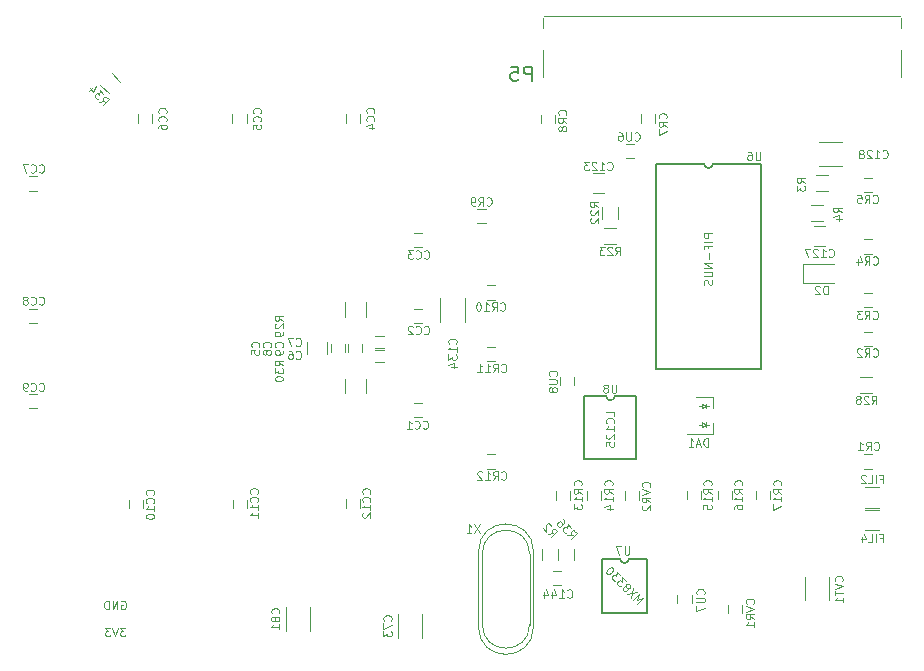
<source format=gbo>
G04 #@! TF.FileFunction,Legend,Bot*
%FSLAX46Y46*%
G04 Gerber Fmt 4.6, Leading zero omitted, Abs format (unit mm)*
G04 Created by KiCad (PCBNEW 4.0.6) date Sun Sep 10 22:55:25 2017*
%MOMM*%
%LPD*%
G01*
G04 APERTURE LIST*
%ADD10C,0.100000*%
%ADD11C,0.120000*%
%ADD12C,0.150000*%
%ADD13C,0.152400*%
G04 APERTURE END LIST*
D10*
X34914333Y-73867000D02*
X34980999Y-73833667D01*
X35080999Y-73833667D01*
X35180999Y-73867000D01*
X35247666Y-73933667D01*
X35280999Y-74000333D01*
X35314333Y-74133667D01*
X35314333Y-74233667D01*
X35280999Y-74367000D01*
X35247666Y-74433667D01*
X35180999Y-74500333D01*
X35080999Y-74533667D01*
X35014333Y-74533667D01*
X34914333Y-74500333D01*
X34880999Y-74467000D01*
X34880999Y-74233667D01*
X35014333Y-74233667D01*
X34580999Y-74533667D02*
X34580999Y-73833667D01*
X34180999Y-74533667D01*
X34180999Y-73833667D01*
X33847666Y-74533667D02*
X33847666Y-73833667D01*
X33681000Y-73833667D01*
X33581000Y-73867000D01*
X33514333Y-73933667D01*
X33481000Y-74000333D01*
X33447666Y-74133667D01*
X33447666Y-74233667D01*
X33481000Y-74367000D01*
X33514333Y-74433667D01*
X33581000Y-74500333D01*
X33681000Y-74533667D01*
X33847666Y-74533667D01*
X35247667Y-76133667D02*
X34814334Y-76133667D01*
X35047667Y-76400333D01*
X34947667Y-76400333D01*
X34881000Y-76433667D01*
X34847667Y-76467000D01*
X34814334Y-76533667D01*
X34814334Y-76700333D01*
X34847667Y-76767000D01*
X34881000Y-76800333D01*
X34947667Y-76833667D01*
X35147667Y-76833667D01*
X35214334Y-76800333D01*
X35247667Y-76767000D01*
X34614333Y-76133667D02*
X34381000Y-76833667D01*
X34147667Y-76133667D01*
X33981000Y-76133667D02*
X33547667Y-76133667D01*
X33781000Y-76400333D01*
X33681000Y-76400333D01*
X33614333Y-76433667D01*
X33581000Y-76467000D01*
X33547667Y-76533667D01*
X33547667Y-76700333D01*
X33581000Y-76767000D01*
X33614333Y-76800333D01*
X33681000Y-76833667D01*
X33881000Y-76833667D01*
X33947667Y-76800333D01*
X33981000Y-76767000D01*
X65146000Y-76060000D02*
G75*
G03X69796000Y-76060000I2325000J0D01*
G01*
X65146000Y-69660000D02*
G75*
G02X69796000Y-69660000I2325000J0D01*
G01*
X65471000Y-75860000D02*
G75*
G03X69471000Y-75860000I2000000J0D01*
G01*
X65471000Y-69860000D02*
G75*
G02X69471000Y-69860000I2000000J0D01*
G01*
X69796000Y-76060000D02*
X69796000Y-69660000D01*
X65146000Y-76060000D02*
X65146000Y-69660000D01*
X69471000Y-75860000D02*
X69471000Y-69860000D01*
X65471000Y-75860000D02*
X65471000Y-69860000D01*
D11*
X54125000Y-52075000D02*
X54125000Y-52775000D01*
X55325000Y-52775000D02*
X55325000Y-52075000D01*
X56425000Y-52625000D02*
X57125000Y-52625000D01*
X57125000Y-51425000D02*
X56425000Y-51425000D01*
X84985000Y-56595000D02*
X84985000Y-57525000D01*
X84985000Y-59755000D02*
X84985000Y-58825000D01*
X84985000Y-59755000D02*
X82825000Y-59755000D01*
X84985000Y-56595000D02*
X83525000Y-56595000D01*
D10*
X84375000Y-57355000D02*
X84625000Y-57355000D01*
X84375000Y-57355000D02*
X84075000Y-57555000D01*
X84375000Y-57555000D02*
X84375000Y-57155000D01*
X84075000Y-57355000D02*
X83825000Y-57355000D01*
X84075000Y-57555000D02*
X84075000Y-57155000D01*
X84075000Y-57155000D02*
X84375000Y-57355000D01*
X84375000Y-59125000D02*
X84375000Y-58725000D01*
X84375000Y-58925000D02*
X84625000Y-58925000D01*
X84075000Y-59125000D02*
X84075000Y-58725000D01*
X84375000Y-58925000D02*
X84075000Y-59125000D01*
X84075000Y-58725000D02*
X84375000Y-58925000D01*
X84075000Y-58925000D02*
X83825000Y-58925000D01*
D11*
X98450000Y-54870000D02*
X97450000Y-54870000D01*
X97450000Y-56230000D02*
X98450000Y-56230000D01*
X97750000Y-62650000D02*
X98450000Y-62650000D01*
X98450000Y-61450000D02*
X97750000Y-61450000D01*
D12*
X85000000Y-36830000D02*
X89064000Y-36830000D01*
X80174000Y-36830000D02*
X84238000Y-36830000D01*
X85000000Y-36830000D02*
G75*
G02X84238000Y-36830000I-381000J0D01*
G01*
D13*
X89064000Y-36830000D02*
X89064000Y-54229000D01*
X89064000Y-54229000D02*
X80174000Y-54229000D01*
X80174000Y-54229000D02*
X80174000Y-36830000D01*
D10*
X70730000Y-24339000D02*
X100830000Y-24339000D01*
X100930000Y-29489000D02*
X100930000Y-27189000D01*
X70630000Y-29489000D02*
X70630000Y-27189000D01*
X70630000Y-25389000D02*
X70630000Y-24539000D01*
X100930000Y-24539000D02*
X100930000Y-25389000D01*
D11*
X50625000Y-52925000D02*
X50625000Y-51925000D01*
X52325000Y-51925000D02*
X52325000Y-52925000D01*
X57125000Y-52425000D02*
X56425000Y-52425000D01*
X56425000Y-53625000D02*
X57125000Y-53625000D01*
X52625000Y-52075000D02*
X52625000Y-52775000D01*
X53825000Y-52775000D02*
X53825000Y-52075000D01*
X60331000Y-74987000D02*
X60331000Y-76987000D01*
X58291000Y-76987000D02*
X58291000Y-74987000D01*
X74800000Y-37650000D02*
X75800000Y-37650000D01*
X75800000Y-39350000D02*
X74800000Y-39350000D01*
X94525000Y-43775000D02*
X93525000Y-43775000D01*
X93525000Y-42075000D02*
X94525000Y-42075000D01*
X95950000Y-37020000D02*
X93950000Y-37020000D01*
X93950000Y-34980000D02*
X95950000Y-34980000D01*
X72147000Y-71331000D02*
X71447000Y-71331000D01*
X71447000Y-72531000D02*
X72147000Y-72531000D01*
X59675000Y-58325000D02*
X60375000Y-58325000D01*
X60375000Y-57125000D02*
X59675000Y-57125000D01*
X59675000Y-50325000D02*
X60375000Y-50325000D01*
X60375000Y-49125000D02*
X59675000Y-49125000D01*
X59675000Y-43900000D02*
X60375000Y-43900000D01*
X60375000Y-42700000D02*
X59675000Y-42700000D01*
X55125000Y-33350000D02*
X55125000Y-32650000D01*
X53925000Y-32650000D02*
X53925000Y-33350000D01*
X45515000Y-33370000D02*
X45515000Y-32670000D01*
X44315000Y-32670000D02*
X44315000Y-33370000D01*
X37520000Y-33370000D02*
X37520000Y-32670000D01*
X36320000Y-32670000D02*
X36320000Y-33370000D01*
X27761000Y-37917000D02*
X27061000Y-37917000D01*
X27061000Y-39117000D02*
X27761000Y-39117000D01*
X27750000Y-49100000D02*
X27050000Y-49100000D01*
X27050000Y-50300000D02*
X27750000Y-50300000D01*
X27750000Y-56325000D02*
X27050000Y-56325000D01*
X27050000Y-57525000D02*
X27750000Y-57525000D01*
X97750000Y-52250000D02*
X98450000Y-52250000D01*
X98450000Y-51050000D02*
X97750000Y-51050000D01*
X97750000Y-49010000D02*
X98450000Y-49010000D01*
X98450000Y-47810000D02*
X97750000Y-47810000D01*
X97750000Y-44450000D02*
X98450000Y-44450000D01*
X98450000Y-43250000D02*
X97750000Y-43250000D01*
X97750000Y-39250000D02*
X98450000Y-39250000D01*
X98450000Y-38050000D02*
X97750000Y-38050000D01*
X80100000Y-33370000D02*
X80100000Y-32670000D01*
X78900000Y-32670000D02*
X78900000Y-33370000D01*
X71650000Y-33380000D02*
X71650000Y-32680000D01*
X70450000Y-32680000D02*
X70450000Y-33380000D01*
X65760000Y-40650000D02*
X65060000Y-40650000D01*
X65060000Y-41850000D02*
X65760000Y-41850000D01*
X65861000Y-48347000D02*
X66561000Y-48347000D01*
X66561000Y-47147000D02*
X65861000Y-47147000D01*
X65850000Y-53550000D02*
X66550000Y-53550000D01*
X66550000Y-52350000D02*
X65850000Y-52350000D01*
X65850000Y-62650000D02*
X66550000Y-62650000D01*
X66550000Y-61450000D02*
X65850000Y-61450000D01*
X72930000Y-65270000D02*
X72930000Y-64570000D01*
X71730000Y-64570000D02*
X71730000Y-65270000D01*
X75550000Y-65270000D02*
X75550000Y-64570000D01*
X74350000Y-64570000D02*
X74350000Y-65270000D01*
X83971000Y-65257000D02*
X83971000Y-64557000D01*
X82771000Y-64557000D02*
X82771000Y-65257000D01*
X78330000Y-35150000D02*
X77630000Y-35150000D01*
X77630000Y-36350000D02*
X78330000Y-36350000D01*
X83191000Y-74067000D02*
X83191000Y-73367000D01*
X81991000Y-73367000D02*
X81991000Y-74067000D01*
X73275000Y-55600000D02*
X73275000Y-54900000D01*
X72075000Y-54900000D02*
X72075000Y-55600000D01*
X87470000Y-74860000D02*
X87470000Y-74160000D01*
X86270000Y-74160000D02*
X86270000Y-74860000D01*
X78770000Y-65270000D02*
X78770000Y-64570000D01*
X77570000Y-64570000D02*
X77570000Y-65270000D01*
X94821000Y-71817000D02*
X94821000Y-73817000D01*
X92781000Y-73817000D02*
X92781000Y-71817000D01*
X99050000Y-64220000D02*
X97850000Y-64220000D01*
X97850000Y-65980000D02*
X99050000Y-65980000D01*
X99050000Y-66120000D02*
X97850000Y-66120000D01*
X97850000Y-67880000D02*
X99050000Y-67880000D01*
X70501000Y-69427000D02*
X70501000Y-70427000D01*
X71861000Y-70427000D02*
X71861000Y-69427000D01*
X94700000Y-37820000D02*
X93700000Y-37820000D01*
X93700000Y-39180000D02*
X94700000Y-39180000D01*
X94275000Y-40370000D02*
X93275000Y-40370000D01*
X93275000Y-41730000D02*
X94275000Y-41730000D01*
X75620000Y-40525000D02*
X75620000Y-41525000D01*
X76980000Y-41525000D02*
X76980000Y-40525000D01*
X76810000Y-42300000D02*
X75810000Y-42300000D01*
X75810000Y-43660000D02*
X76810000Y-43660000D01*
X53845000Y-48575000D02*
X53845000Y-49775000D01*
X55605000Y-49775000D02*
X55605000Y-48575000D01*
X55605000Y-56275000D02*
X55605000Y-55075000D01*
X53845000Y-55075000D02*
X53845000Y-56275000D01*
X34809386Y-29897721D02*
X34102279Y-29190614D01*
X33140614Y-30152279D02*
X33847721Y-30859386D01*
X71861000Y-69427000D02*
X71861000Y-70427000D01*
X73221000Y-70427000D02*
X73221000Y-69427000D01*
D12*
X75944000Y-56483000D02*
X74039000Y-56483000D01*
X78484000Y-56483000D02*
X76706000Y-56483000D01*
X76706000Y-56483000D02*
G75*
G02X75944000Y-56483000I-381000J0D01*
G01*
X78484000Y-61817000D02*
X78484000Y-56483000D01*
X74039000Y-61817000D02*
X78484000Y-61817000D01*
X74039000Y-56483000D02*
X74039000Y-61817000D01*
X77893000Y-70280000D02*
G75*
G02X77131000Y-70280000I-381000J0D01*
G01*
X75607000Y-74852000D02*
X79417000Y-74852000D01*
X77131000Y-70280000D02*
X75607000Y-70280000D01*
X75607000Y-70280000D02*
X75607000Y-74852000D01*
X79417000Y-74852000D02*
X79417000Y-70280000D01*
X79417000Y-70280000D02*
X77893000Y-70280000D01*
D11*
X61930000Y-50250000D02*
X61930000Y-48250000D01*
X63970000Y-48250000D02*
X63970000Y-50250000D01*
X92625000Y-46925000D02*
X92625000Y-45325000D01*
X92625000Y-45325000D02*
X95225000Y-45325000D01*
X92625000Y-46925000D02*
X95225000Y-46925000D01*
X35525000Y-65275000D02*
X35525000Y-65975000D01*
X36725000Y-65975000D02*
X36725000Y-65275000D01*
X44325000Y-65275000D02*
X44325000Y-65975000D01*
X45525000Y-65975000D02*
X45525000Y-65275000D01*
X53921000Y-65267000D02*
X53921000Y-65967000D01*
X55121000Y-65967000D02*
X55121000Y-65267000D01*
X86591000Y-65257000D02*
X86591000Y-64557000D01*
X85391000Y-64557000D02*
X85391000Y-65257000D01*
X48821000Y-76407000D02*
X48821000Y-74407000D01*
X50861000Y-74407000D02*
X50861000Y-76407000D01*
X89850000Y-65260000D02*
X89850000Y-64560000D01*
X88650000Y-64560000D02*
X88650000Y-65260000D01*
D10*
X65247667Y-67383667D02*
X64781000Y-68083667D01*
X64781000Y-67383667D02*
X65247667Y-68083667D01*
X64147667Y-68083667D02*
X64547667Y-68083667D01*
X64347667Y-68083667D02*
X64347667Y-67383667D01*
X64414333Y-67483667D01*
X64481000Y-67550333D01*
X64547667Y-67583667D01*
X48531000Y-52350334D02*
X48564333Y-52317000D01*
X48597667Y-52217000D01*
X48597667Y-52150334D01*
X48564333Y-52050334D01*
X48497667Y-51983667D01*
X48431000Y-51950334D01*
X48297667Y-51917000D01*
X48197667Y-51917000D01*
X48064333Y-51950334D01*
X47997667Y-51983667D01*
X47931000Y-52050334D01*
X47897667Y-52150334D01*
X47897667Y-52217000D01*
X47931000Y-52317000D01*
X47964333Y-52350334D01*
X48597667Y-52683667D02*
X48597667Y-52817000D01*
X48564333Y-52883667D01*
X48531000Y-52917000D01*
X48431000Y-52983667D01*
X48297667Y-53017000D01*
X48031000Y-53017000D01*
X47964333Y-52983667D01*
X47931000Y-52950334D01*
X47897667Y-52883667D01*
X47897667Y-52750334D01*
X47931000Y-52683667D01*
X47964333Y-52650334D01*
X48031000Y-52617000D01*
X48197667Y-52617000D01*
X48264333Y-52650334D01*
X48297667Y-52683667D01*
X48331000Y-52750334D01*
X48331000Y-52883667D01*
X48297667Y-52950334D01*
X48264333Y-52983667D01*
X48197667Y-53017000D01*
X49697666Y-52217000D02*
X49731000Y-52250333D01*
X49831000Y-52283667D01*
X49897666Y-52283667D01*
X49997666Y-52250333D01*
X50064333Y-52183667D01*
X50097666Y-52117000D01*
X50131000Y-51983667D01*
X50131000Y-51883667D01*
X50097666Y-51750333D01*
X50064333Y-51683667D01*
X49997666Y-51617000D01*
X49897666Y-51583667D01*
X49831000Y-51583667D01*
X49731000Y-51617000D01*
X49697666Y-51650333D01*
X49464333Y-51583667D02*
X48997666Y-51583667D01*
X49297666Y-52283667D01*
X84597666Y-60783667D02*
X84597666Y-60083667D01*
X84431000Y-60083667D01*
X84331000Y-60117000D01*
X84264333Y-60183667D01*
X84231000Y-60250333D01*
X84197666Y-60383667D01*
X84197666Y-60483667D01*
X84231000Y-60617000D01*
X84264333Y-60683667D01*
X84331000Y-60750333D01*
X84431000Y-60783667D01*
X84597666Y-60783667D01*
X83931000Y-60583667D02*
X83597666Y-60583667D01*
X83997666Y-60783667D02*
X83764333Y-60083667D01*
X83531000Y-60783667D01*
X82931000Y-60783667D02*
X83331000Y-60783667D01*
X83131000Y-60783667D02*
X83131000Y-60083667D01*
X83197666Y-60183667D01*
X83264333Y-60250333D01*
X83331000Y-60283667D01*
X98431000Y-57183667D02*
X98664334Y-56850333D01*
X98831000Y-57183667D02*
X98831000Y-56483667D01*
X98564334Y-56483667D01*
X98497667Y-56517000D01*
X98464334Y-56550333D01*
X98431000Y-56617000D01*
X98431000Y-56717000D01*
X98464334Y-56783667D01*
X98497667Y-56817000D01*
X98564334Y-56850333D01*
X98831000Y-56850333D01*
X98164334Y-56550333D02*
X98131000Y-56517000D01*
X98064334Y-56483667D01*
X97897667Y-56483667D01*
X97831000Y-56517000D01*
X97797667Y-56550333D01*
X97764334Y-56617000D01*
X97764334Y-56683667D01*
X97797667Y-56783667D01*
X98197667Y-57183667D01*
X97764334Y-57183667D01*
X97364333Y-56783667D02*
X97431000Y-56750333D01*
X97464333Y-56717000D01*
X97497667Y-56650333D01*
X97497667Y-56617000D01*
X97464333Y-56550333D01*
X97431000Y-56517000D01*
X97364333Y-56483667D01*
X97231000Y-56483667D01*
X97164333Y-56517000D01*
X97131000Y-56550333D01*
X97097667Y-56617000D01*
X97097667Y-56650333D01*
X97131000Y-56717000D01*
X97164333Y-56750333D01*
X97231000Y-56783667D01*
X97364333Y-56783667D01*
X97431000Y-56817000D01*
X97464333Y-56850333D01*
X97497667Y-56917000D01*
X97497667Y-57050333D01*
X97464333Y-57117000D01*
X97431000Y-57150333D01*
X97364333Y-57183667D01*
X97231000Y-57183667D01*
X97164333Y-57150333D01*
X97131000Y-57117000D01*
X97097667Y-57050333D01*
X97097667Y-56917000D01*
X97131000Y-56850333D01*
X97164333Y-56817000D01*
X97231000Y-56783667D01*
X98647666Y-61017000D02*
X98681000Y-61050333D01*
X98781000Y-61083667D01*
X98847666Y-61083667D01*
X98947666Y-61050333D01*
X99014333Y-60983667D01*
X99047666Y-60917000D01*
X99081000Y-60783667D01*
X99081000Y-60683667D01*
X99047666Y-60550333D01*
X99014333Y-60483667D01*
X98947666Y-60417000D01*
X98847666Y-60383667D01*
X98781000Y-60383667D01*
X98681000Y-60417000D01*
X98647666Y-60450333D01*
X97947666Y-61083667D02*
X98181000Y-60750333D01*
X98347666Y-61083667D02*
X98347666Y-60383667D01*
X98081000Y-60383667D01*
X98014333Y-60417000D01*
X97981000Y-60450333D01*
X97947666Y-60517000D01*
X97947666Y-60617000D01*
X97981000Y-60683667D01*
X98014333Y-60717000D01*
X98081000Y-60750333D01*
X98347666Y-60750333D01*
X97281000Y-61083667D02*
X97681000Y-61083667D01*
X97481000Y-61083667D02*
X97481000Y-60383667D01*
X97547666Y-60483667D01*
X97614333Y-60550333D01*
X97681000Y-60583667D01*
X89014333Y-35833667D02*
X89014333Y-36400333D01*
X88981000Y-36467000D01*
X88947667Y-36500333D01*
X88881000Y-36533667D01*
X88747667Y-36533667D01*
X88681000Y-36500333D01*
X88647667Y-36467000D01*
X88614333Y-36400333D01*
X88614333Y-35833667D01*
X87981000Y-35833667D02*
X88114334Y-35833667D01*
X88181000Y-35867000D01*
X88214334Y-35900333D01*
X88281000Y-36000333D01*
X88314334Y-36133667D01*
X88314334Y-36400333D01*
X88281000Y-36467000D01*
X88247667Y-36500333D01*
X88181000Y-36533667D01*
X88047667Y-36533667D01*
X87981000Y-36500333D01*
X87947667Y-36467000D01*
X87914334Y-36400333D01*
X87914334Y-36233667D01*
X87947667Y-36167000D01*
X87981000Y-36133667D01*
X88047667Y-36100333D01*
X88181000Y-36100333D01*
X88247667Y-36133667D01*
X88281000Y-36167000D01*
X88314334Y-36233667D01*
X84947667Y-42733667D02*
X84247667Y-42733667D01*
X84247667Y-43000333D01*
X84281000Y-43067000D01*
X84314333Y-43100333D01*
X84381000Y-43133667D01*
X84481000Y-43133667D01*
X84547667Y-43100333D01*
X84581000Y-43067000D01*
X84614333Y-43000333D01*
X84614333Y-42733667D01*
X84947667Y-43433667D02*
X84247667Y-43433667D01*
X84581000Y-44000333D02*
X84581000Y-43767000D01*
X84947667Y-43767000D02*
X84247667Y-43767000D01*
X84247667Y-44100333D01*
X84681000Y-44367000D02*
X84681000Y-44900333D01*
X84947667Y-45233667D02*
X84247667Y-45233667D01*
X84947667Y-45633667D01*
X84247667Y-45633667D01*
X84247667Y-45967000D02*
X84814333Y-45967000D01*
X84881000Y-46000333D01*
X84914333Y-46033666D01*
X84947667Y-46100333D01*
X84947667Y-46233666D01*
X84914333Y-46300333D01*
X84881000Y-46333666D01*
X84814333Y-46367000D01*
X84247667Y-46367000D01*
X84914333Y-46666999D02*
X84947667Y-46766999D01*
X84947667Y-46933666D01*
X84914333Y-47000333D01*
X84881000Y-47033666D01*
X84814333Y-47066999D01*
X84747667Y-47066999D01*
X84681000Y-47033666D01*
X84647667Y-47000333D01*
X84614333Y-46933666D01*
X84581000Y-46800333D01*
X84547667Y-46733666D01*
X84514333Y-46700333D01*
X84447667Y-46666999D01*
X84381000Y-46666999D01*
X84314333Y-46700333D01*
X84281000Y-46733666D01*
X84247667Y-46800333D01*
X84247667Y-46966999D01*
X84281000Y-47066999D01*
D12*
X69666714Y-29809857D02*
X69666714Y-28609857D01*
X69209571Y-28609857D01*
X69095285Y-28667000D01*
X69038142Y-28724143D01*
X68980999Y-28838429D01*
X68980999Y-29009857D01*
X69038142Y-29124143D01*
X69095285Y-29181286D01*
X69209571Y-29238429D01*
X69666714Y-29238429D01*
X67895285Y-28609857D02*
X68466714Y-28609857D01*
X68523857Y-29181286D01*
X68466714Y-29124143D01*
X68352428Y-29067000D01*
X68066714Y-29067000D01*
X67952428Y-29124143D01*
X67895285Y-29181286D01*
X67838142Y-29295571D01*
X67838142Y-29581286D01*
X67895285Y-29695571D01*
X67952428Y-29752714D01*
X68066714Y-29809857D01*
X68352428Y-29809857D01*
X68466714Y-29752714D01*
X68523857Y-29695571D01*
D10*
X46531000Y-52350334D02*
X46564333Y-52317000D01*
X46597667Y-52217000D01*
X46597667Y-52150334D01*
X46564333Y-52050334D01*
X46497667Y-51983667D01*
X46431000Y-51950334D01*
X46297667Y-51917000D01*
X46197667Y-51917000D01*
X46064333Y-51950334D01*
X45997667Y-51983667D01*
X45931000Y-52050334D01*
X45897667Y-52150334D01*
X45897667Y-52217000D01*
X45931000Y-52317000D01*
X45964333Y-52350334D01*
X45897667Y-52983667D02*
X45897667Y-52650334D01*
X46231000Y-52617000D01*
X46197667Y-52650334D01*
X46164333Y-52717000D01*
X46164333Y-52883667D01*
X46197667Y-52950334D01*
X46231000Y-52983667D01*
X46297667Y-53017000D01*
X46464333Y-53017000D01*
X46531000Y-52983667D01*
X46564333Y-52950334D01*
X46597667Y-52883667D01*
X46597667Y-52717000D01*
X46564333Y-52650334D01*
X46531000Y-52617000D01*
X49697666Y-53317000D02*
X49731000Y-53350333D01*
X49831000Y-53383667D01*
X49897666Y-53383667D01*
X49997666Y-53350333D01*
X50064333Y-53283667D01*
X50097666Y-53217000D01*
X50131000Y-53083667D01*
X50131000Y-52983667D01*
X50097666Y-52850333D01*
X50064333Y-52783667D01*
X49997666Y-52717000D01*
X49897666Y-52683667D01*
X49831000Y-52683667D01*
X49731000Y-52717000D01*
X49697666Y-52750333D01*
X49097666Y-52683667D02*
X49231000Y-52683667D01*
X49297666Y-52717000D01*
X49331000Y-52750333D01*
X49397666Y-52850333D01*
X49431000Y-52983667D01*
X49431000Y-53250333D01*
X49397666Y-53317000D01*
X49364333Y-53350333D01*
X49297666Y-53383667D01*
X49164333Y-53383667D01*
X49097666Y-53350333D01*
X49064333Y-53317000D01*
X49031000Y-53250333D01*
X49031000Y-53083667D01*
X49064333Y-53017000D01*
X49097666Y-52983667D01*
X49164333Y-52950333D01*
X49297666Y-52950333D01*
X49364333Y-52983667D01*
X49397666Y-53017000D01*
X49431000Y-53083667D01*
X47531000Y-52350334D02*
X47564333Y-52317000D01*
X47597667Y-52217000D01*
X47597667Y-52150334D01*
X47564333Y-52050334D01*
X47497667Y-51983667D01*
X47431000Y-51950334D01*
X47297667Y-51917000D01*
X47197667Y-51917000D01*
X47064333Y-51950334D01*
X46997667Y-51983667D01*
X46931000Y-52050334D01*
X46897667Y-52150334D01*
X46897667Y-52217000D01*
X46931000Y-52317000D01*
X46964333Y-52350334D01*
X47197667Y-52750334D02*
X47164333Y-52683667D01*
X47131000Y-52650334D01*
X47064333Y-52617000D01*
X47031000Y-52617000D01*
X46964333Y-52650334D01*
X46931000Y-52683667D01*
X46897667Y-52750334D01*
X46897667Y-52883667D01*
X46931000Y-52950334D01*
X46964333Y-52983667D01*
X47031000Y-53017000D01*
X47064333Y-53017000D01*
X47131000Y-52983667D01*
X47164333Y-52950334D01*
X47197667Y-52883667D01*
X47197667Y-52750334D01*
X47231000Y-52683667D01*
X47264333Y-52650334D01*
X47331000Y-52617000D01*
X47464333Y-52617000D01*
X47531000Y-52650334D01*
X47564333Y-52683667D01*
X47597667Y-52750334D01*
X47597667Y-52883667D01*
X47564333Y-52950334D01*
X47531000Y-52983667D01*
X47464333Y-53017000D01*
X47331000Y-53017000D01*
X47264333Y-52983667D01*
X47231000Y-52950334D01*
X47197667Y-52883667D01*
X57731000Y-75517000D02*
X57764333Y-75483666D01*
X57797667Y-75383666D01*
X57797667Y-75317000D01*
X57764333Y-75217000D01*
X57697667Y-75150333D01*
X57631000Y-75117000D01*
X57497667Y-75083666D01*
X57397667Y-75083666D01*
X57264333Y-75117000D01*
X57197667Y-75150333D01*
X57131000Y-75217000D01*
X57097667Y-75317000D01*
X57097667Y-75383666D01*
X57131000Y-75483666D01*
X57164333Y-75517000D01*
X57097667Y-75750333D02*
X57097667Y-76217000D01*
X57797667Y-75917000D01*
X57097667Y-76417000D02*
X57097667Y-76850333D01*
X57364333Y-76617000D01*
X57364333Y-76717000D01*
X57397667Y-76783667D01*
X57431000Y-76817000D01*
X57497667Y-76850333D01*
X57664333Y-76850333D01*
X57731000Y-76817000D01*
X57764333Y-76783667D01*
X57797667Y-76717000D01*
X57797667Y-76517000D01*
X57764333Y-76450333D01*
X57731000Y-76417000D01*
X76064333Y-37317000D02*
X76097667Y-37350333D01*
X76197667Y-37383667D01*
X76264333Y-37383667D01*
X76364333Y-37350333D01*
X76431000Y-37283667D01*
X76464333Y-37217000D01*
X76497667Y-37083667D01*
X76497667Y-36983667D01*
X76464333Y-36850333D01*
X76431000Y-36783667D01*
X76364333Y-36717000D01*
X76264333Y-36683667D01*
X76197667Y-36683667D01*
X76097667Y-36717000D01*
X76064333Y-36750333D01*
X75397667Y-37383667D02*
X75797667Y-37383667D01*
X75597667Y-37383667D02*
X75597667Y-36683667D01*
X75664333Y-36783667D01*
X75731000Y-36850333D01*
X75797667Y-36883667D01*
X75131000Y-36750333D02*
X75097666Y-36717000D01*
X75031000Y-36683667D01*
X74864333Y-36683667D01*
X74797666Y-36717000D01*
X74764333Y-36750333D01*
X74731000Y-36817000D01*
X74731000Y-36883667D01*
X74764333Y-36983667D01*
X75164333Y-37383667D01*
X74731000Y-37383667D01*
X74497666Y-36683667D02*
X74064333Y-36683667D01*
X74297666Y-36950333D01*
X74197666Y-36950333D01*
X74130999Y-36983667D01*
X74097666Y-37017000D01*
X74064333Y-37083667D01*
X74064333Y-37250333D01*
X74097666Y-37317000D01*
X74130999Y-37350333D01*
X74197666Y-37383667D01*
X74397666Y-37383667D01*
X74464333Y-37350333D01*
X74497666Y-37317000D01*
X94808333Y-44675000D02*
X94841667Y-44708333D01*
X94941667Y-44741667D01*
X95008333Y-44741667D01*
X95108333Y-44708333D01*
X95175000Y-44641667D01*
X95208333Y-44575000D01*
X95241667Y-44441667D01*
X95241667Y-44341667D01*
X95208333Y-44208333D01*
X95175000Y-44141667D01*
X95108333Y-44075000D01*
X95008333Y-44041667D01*
X94941667Y-44041667D01*
X94841667Y-44075000D01*
X94808333Y-44108333D01*
X94141667Y-44741667D02*
X94541667Y-44741667D01*
X94341667Y-44741667D02*
X94341667Y-44041667D01*
X94408333Y-44141667D01*
X94475000Y-44208333D01*
X94541667Y-44241667D01*
X93875000Y-44108333D02*
X93841666Y-44075000D01*
X93775000Y-44041667D01*
X93608333Y-44041667D01*
X93541666Y-44075000D01*
X93508333Y-44108333D01*
X93475000Y-44175000D01*
X93475000Y-44241667D01*
X93508333Y-44341667D01*
X93908333Y-44741667D01*
X93475000Y-44741667D01*
X93241666Y-44041667D02*
X92774999Y-44041667D01*
X93074999Y-44741667D01*
X99364333Y-36317000D02*
X99397667Y-36350333D01*
X99497667Y-36383667D01*
X99564333Y-36383667D01*
X99664333Y-36350333D01*
X99731000Y-36283667D01*
X99764333Y-36217000D01*
X99797667Y-36083667D01*
X99797667Y-35983667D01*
X99764333Y-35850333D01*
X99731000Y-35783667D01*
X99664333Y-35717000D01*
X99564333Y-35683667D01*
X99497667Y-35683667D01*
X99397667Y-35717000D01*
X99364333Y-35750333D01*
X98697667Y-36383667D02*
X99097667Y-36383667D01*
X98897667Y-36383667D02*
X98897667Y-35683667D01*
X98964333Y-35783667D01*
X99031000Y-35850333D01*
X99097667Y-35883667D01*
X98431000Y-35750333D02*
X98397666Y-35717000D01*
X98331000Y-35683667D01*
X98164333Y-35683667D01*
X98097666Y-35717000D01*
X98064333Y-35750333D01*
X98031000Y-35817000D01*
X98031000Y-35883667D01*
X98064333Y-35983667D01*
X98464333Y-36383667D01*
X98031000Y-36383667D01*
X97630999Y-35983667D02*
X97697666Y-35950333D01*
X97730999Y-35917000D01*
X97764333Y-35850333D01*
X97764333Y-35817000D01*
X97730999Y-35750333D01*
X97697666Y-35717000D01*
X97630999Y-35683667D01*
X97497666Y-35683667D01*
X97430999Y-35717000D01*
X97397666Y-35750333D01*
X97364333Y-35817000D01*
X97364333Y-35850333D01*
X97397666Y-35917000D01*
X97430999Y-35950333D01*
X97497666Y-35983667D01*
X97630999Y-35983667D01*
X97697666Y-36017000D01*
X97730999Y-36050333D01*
X97764333Y-36117000D01*
X97764333Y-36250333D01*
X97730999Y-36317000D01*
X97697666Y-36350333D01*
X97630999Y-36383667D01*
X97497666Y-36383667D01*
X97430999Y-36350333D01*
X97397666Y-36317000D01*
X97364333Y-36250333D01*
X97364333Y-36117000D01*
X97397666Y-36050333D01*
X97430999Y-36017000D01*
X97497666Y-35983667D01*
X72664333Y-73517000D02*
X72697667Y-73550333D01*
X72797667Y-73583667D01*
X72864333Y-73583667D01*
X72964333Y-73550333D01*
X73031000Y-73483667D01*
X73064333Y-73417000D01*
X73097667Y-73283667D01*
X73097667Y-73183667D01*
X73064333Y-73050333D01*
X73031000Y-72983667D01*
X72964333Y-72917000D01*
X72864333Y-72883667D01*
X72797667Y-72883667D01*
X72697667Y-72917000D01*
X72664333Y-72950333D01*
X71997667Y-73583667D02*
X72397667Y-73583667D01*
X72197667Y-73583667D02*
X72197667Y-72883667D01*
X72264333Y-72983667D01*
X72331000Y-73050333D01*
X72397667Y-73083667D01*
X71397666Y-73117000D02*
X71397666Y-73583667D01*
X71564333Y-72850333D02*
X71731000Y-73350333D01*
X71297666Y-73350333D01*
X70730999Y-73117000D02*
X70730999Y-73583667D01*
X70897666Y-72850333D02*
X71064333Y-73350333D01*
X70630999Y-73350333D01*
X60447666Y-59217000D02*
X60481000Y-59250333D01*
X60581000Y-59283667D01*
X60647666Y-59283667D01*
X60747666Y-59250333D01*
X60814333Y-59183667D01*
X60847666Y-59117000D01*
X60881000Y-58983667D01*
X60881000Y-58883667D01*
X60847666Y-58750333D01*
X60814333Y-58683667D01*
X60747666Y-58617000D01*
X60647666Y-58583667D01*
X60581000Y-58583667D01*
X60481000Y-58617000D01*
X60447666Y-58650333D01*
X59747666Y-59217000D02*
X59781000Y-59250333D01*
X59881000Y-59283667D01*
X59947666Y-59283667D01*
X60047666Y-59250333D01*
X60114333Y-59183667D01*
X60147666Y-59117000D01*
X60181000Y-58983667D01*
X60181000Y-58883667D01*
X60147666Y-58750333D01*
X60114333Y-58683667D01*
X60047666Y-58617000D01*
X59947666Y-58583667D01*
X59881000Y-58583667D01*
X59781000Y-58617000D01*
X59747666Y-58650333D01*
X59081000Y-59283667D02*
X59481000Y-59283667D01*
X59281000Y-59283667D02*
X59281000Y-58583667D01*
X59347666Y-58683667D01*
X59414333Y-58750333D01*
X59481000Y-58783667D01*
X60547666Y-51217000D02*
X60581000Y-51250333D01*
X60681000Y-51283667D01*
X60747666Y-51283667D01*
X60847666Y-51250333D01*
X60914333Y-51183667D01*
X60947666Y-51117000D01*
X60981000Y-50983667D01*
X60981000Y-50883667D01*
X60947666Y-50750333D01*
X60914333Y-50683667D01*
X60847666Y-50617000D01*
X60747666Y-50583667D01*
X60681000Y-50583667D01*
X60581000Y-50617000D01*
X60547666Y-50650333D01*
X59847666Y-51217000D02*
X59881000Y-51250333D01*
X59981000Y-51283667D01*
X60047666Y-51283667D01*
X60147666Y-51250333D01*
X60214333Y-51183667D01*
X60247666Y-51117000D01*
X60281000Y-50983667D01*
X60281000Y-50883667D01*
X60247666Y-50750333D01*
X60214333Y-50683667D01*
X60147666Y-50617000D01*
X60047666Y-50583667D01*
X59981000Y-50583667D01*
X59881000Y-50617000D01*
X59847666Y-50650333D01*
X59581000Y-50650333D02*
X59547666Y-50617000D01*
X59481000Y-50583667D01*
X59314333Y-50583667D01*
X59247666Y-50617000D01*
X59214333Y-50650333D01*
X59181000Y-50717000D01*
X59181000Y-50783667D01*
X59214333Y-50883667D01*
X59614333Y-51283667D01*
X59181000Y-51283667D01*
X60547666Y-44817000D02*
X60581000Y-44850333D01*
X60681000Y-44883667D01*
X60747666Y-44883667D01*
X60847666Y-44850333D01*
X60914333Y-44783667D01*
X60947666Y-44717000D01*
X60981000Y-44583667D01*
X60981000Y-44483667D01*
X60947666Y-44350333D01*
X60914333Y-44283667D01*
X60847666Y-44217000D01*
X60747666Y-44183667D01*
X60681000Y-44183667D01*
X60581000Y-44217000D01*
X60547666Y-44250333D01*
X59847666Y-44817000D02*
X59881000Y-44850333D01*
X59981000Y-44883667D01*
X60047666Y-44883667D01*
X60147666Y-44850333D01*
X60214333Y-44783667D01*
X60247666Y-44717000D01*
X60281000Y-44583667D01*
X60281000Y-44483667D01*
X60247666Y-44350333D01*
X60214333Y-44283667D01*
X60147666Y-44217000D01*
X60047666Y-44183667D01*
X59981000Y-44183667D01*
X59881000Y-44217000D01*
X59847666Y-44250333D01*
X59614333Y-44183667D02*
X59181000Y-44183667D01*
X59414333Y-44450333D01*
X59314333Y-44450333D01*
X59247666Y-44483667D01*
X59214333Y-44517000D01*
X59181000Y-44583667D01*
X59181000Y-44750333D01*
X59214333Y-44817000D01*
X59247666Y-44850333D01*
X59314333Y-44883667D01*
X59514333Y-44883667D01*
X59581000Y-44850333D01*
X59614333Y-44817000D01*
X56275000Y-32533334D02*
X56308333Y-32500000D01*
X56341667Y-32400000D01*
X56341667Y-32333334D01*
X56308333Y-32233334D01*
X56241667Y-32166667D01*
X56175000Y-32133334D01*
X56041667Y-32100000D01*
X55941667Y-32100000D01*
X55808333Y-32133334D01*
X55741667Y-32166667D01*
X55675000Y-32233334D01*
X55641667Y-32333334D01*
X55641667Y-32400000D01*
X55675000Y-32500000D01*
X55708333Y-32533334D01*
X56275000Y-33233334D02*
X56308333Y-33200000D01*
X56341667Y-33100000D01*
X56341667Y-33033334D01*
X56308333Y-32933334D01*
X56241667Y-32866667D01*
X56175000Y-32833334D01*
X56041667Y-32800000D01*
X55941667Y-32800000D01*
X55808333Y-32833334D01*
X55741667Y-32866667D01*
X55675000Y-32933334D01*
X55641667Y-33033334D01*
X55641667Y-33100000D01*
X55675000Y-33200000D01*
X55708333Y-33233334D01*
X55875000Y-33833334D02*
X56341667Y-33833334D01*
X55608333Y-33666667D02*
X56108333Y-33500000D01*
X56108333Y-33933334D01*
X46665000Y-32553334D02*
X46698333Y-32520000D01*
X46731667Y-32420000D01*
X46731667Y-32353334D01*
X46698333Y-32253334D01*
X46631667Y-32186667D01*
X46565000Y-32153334D01*
X46431667Y-32120000D01*
X46331667Y-32120000D01*
X46198333Y-32153334D01*
X46131667Y-32186667D01*
X46065000Y-32253334D01*
X46031667Y-32353334D01*
X46031667Y-32420000D01*
X46065000Y-32520000D01*
X46098333Y-32553334D01*
X46665000Y-33253334D02*
X46698333Y-33220000D01*
X46731667Y-33120000D01*
X46731667Y-33053334D01*
X46698333Y-32953334D01*
X46631667Y-32886667D01*
X46565000Y-32853334D01*
X46431667Y-32820000D01*
X46331667Y-32820000D01*
X46198333Y-32853334D01*
X46131667Y-32886667D01*
X46065000Y-32953334D01*
X46031667Y-33053334D01*
X46031667Y-33120000D01*
X46065000Y-33220000D01*
X46098333Y-33253334D01*
X46031667Y-33886667D02*
X46031667Y-33553334D01*
X46365000Y-33520000D01*
X46331667Y-33553334D01*
X46298333Y-33620000D01*
X46298333Y-33786667D01*
X46331667Y-33853334D01*
X46365000Y-33886667D01*
X46431667Y-33920000D01*
X46598333Y-33920000D01*
X46665000Y-33886667D01*
X46698333Y-33853334D01*
X46731667Y-33786667D01*
X46731667Y-33620000D01*
X46698333Y-33553334D01*
X46665000Y-33520000D01*
X38670000Y-32553334D02*
X38703333Y-32520000D01*
X38736667Y-32420000D01*
X38736667Y-32353334D01*
X38703333Y-32253334D01*
X38636667Y-32186667D01*
X38570000Y-32153334D01*
X38436667Y-32120000D01*
X38336667Y-32120000D01*
X38203333Y-32153334D01*
X38136667Y-32186667D01*
X38070000Y-32253334D01*
X38036667Y-32353334D01*
X38036667Y-32420000D01*
X38070000Y-32520000D01*
X38103333Y-32553334D01*
X38670000Y-33253334D02*
X38703333Y-33220000D01*
X38736667Y-33120000D01*
X38736667Y-33053334D01*
X38703333Y-32953334D01*
X38636667Y-32886667D01*
X38570000Y-32853334D01*
X38436667Y-32820000D01*
X38336667Y-32820000D01*
X38203333Y-32853334D01*
X38136667Y-32886667D01*
X38070000Y-32953334D01*
X38036667Y-33053334D01*
X38036667Y-33120000D01*
X38070000Y-33220000D01*
X38103333Y-33253334D01*
X38036667Y-33853334D02*
X38036667Y-33720000D01*
X38070000Y-33653334D01*
X38103333Y-33620000D01*
X38203333Y-33553334D01*
X38336667Y-33520000D01*
X38603333Y-33520000D01*
X38670000Y-33553334D01*
X38703333Y-33586667D01*
X38736667Y-33653334D01*
X38736667Y-33786667D01*
X38703333Y-33853334D01*
X38670000Y-33886667D01*
X38603333Y-33920000D01*
X38436667Y-33920000D01*
X38370000Y-33886667D01*
X38336667Y-33853334D01*
X38303333Y-33786667D01*
X38303333Y-33653334D01*
X38336667Y-33586667D01*
X38370000Y-33553334D01*
X38436667Y-33520000D01*
X27947666Y-37517000D02*
X27981000Y-37550333D01*
X28081000Y-37583667D01*
X28147666Y-37583667D01*
X28247666Y-37550333D01*
X28314333Y-37483667D01*
X28347666Y-37417000D01*
X28381000Y-37283667D01*
X28381000Y-37183667D01*
X28347666Y-37050333D01*
X28314333Y-36983667D01*
X28247666Y-36917000D01*
X28147666Y-36883667D01*
X28081000Y-36883667D01*
X27981000Y-36917000D01*
X27947666Y-36950333D01*
X27247666Y-37517000D02*
X27281000Y-37550333D01*
X27381000Y-37583667D01*
X27447666Y-37583667D01*
X27547666Y-37550333D01*
X27614333Y-37483667D01*
X27647666Y-37417000D01*
X27681000Y-37283667D01*
X27681000Y-37183667D01*
X27647666Y-37050333D01*
X27614333Y-36983667D01*
X27547666Y-36917000D01*
X27447666Y-36883667D01*
X27381000Y-36883667D01*
X27281000Y-36917000D01*
X27247666Y-36950333D01*
X27014333Y-36883667D02*
X26547666Y-36883667D01*
X26847666Y-37583667D01*
X27947666Y-48717000D02*
X27981000Y-48750333D01*
X28081000Y-48783667D01*
X28147666Y-48783667D01*
X28247666Y-48750333D01*
X28314333Y-48683667D01*
X28347666Y-48617000D01*
X28381000Y-48483667D01*
X28381000Y-48383667D01*
X28347666Y-48250333D01*
X28314333Y-48183667D01*
X28247666Y-48117000D01*
X28147666Y-48083667D01*
X28081000Y-48083667D01*
X27981000Y-48117000D01*
X27947666Y-48150333D01*
X27247666Y-48717000D02*
X27281000Y-48750333D01*
X27381000Y-48783667D01*
X27447666Y-48783667D01*
X27547666Y-48750333D01*
X27614333Y-48683667D01*
X27647666Y-48617000D01*
X27681000Y-48483667D01*
X27681000Y-48383667D01*
X27647666Y-48250333D01*
X27614333Y-48183667D01*
X27547666Y-48117000D01*
X27447666Y-48083667D01*
X27381000Y-48083667D01*
X27281000Y-48117000D01*
X27247666Y-48150333D01*
X26847666Y-48383667D02*
X26914333Y-48350333D01*
X26947666Y-48317000D01*
X26981000Y-48250333D01*
X26981000Y-48217000D01*
X26947666Y-48150333D01*
X26914333Y-48117000D01*
X26847666Y-48083667D01*
X26714333Y-48083667D01*
X26647666Y-48117000D01*
X26614333Y-48150333D01*
X26581000Y-48217000D01*
X26581000Y-48250333D01*
X26614333Y-48317000D01*
X26647666Y-48350333D01*
X26714333Y-48383667D01*
X26847666Y-48383667D01*
X26914333Y-48417000D01*
X26947666Y-48450333D01*
X26981000Y-48517000D01*
X26981000Y-48650333D01*
X26947666Y-48717000D01*
X26914333Y-48750333D01*
X26847666Y-48783667D01*
X26714333Y-48783667D01*
X26647666Y-48750333D01*
X26614333Y-48717000D01*
X26581000Y-48650333D01*
X26581000Y-48517000D01*
X26614333Y-48450333D01*
X26647666Y-48417000D01*
X26714333Y-48383667D01*
X27947666Y-56017000D02*
X27981000Y-56050333D01*
X28081000Y-56083667D01*
X28147666Y-56083667D01*
X28247666Y-56050333D01*
X28314333Y-55983667D01*
X28347666Y-55917000D01*
X28381000Y-55783667D01*
X28381000Y-55683667D01*
X28347666Y-55550333D01*
X28314333Y-55483667D01*
X28247666Y-55417000D01*
X28147666Y-55383667D01*
X28081000Y-55383667D01*
X27981000Y-55417000D01*
X27947666Y-55450333D01*
X27247666Y-56017000D02*
X27281000Y-56050333D01*
X27381000Y-56083667D01*
X27447666Y-56083667D01*
X27547666Y-56050333D01*
X27614333Y-55983667D01*
X27647666Y-55917000D01*
X27681000Y-55783667D01*
X27681000Y-55683667D01*
X27647666Y-55550333D01*
X27614333Y-55483667D01*
X27547666Y-55417000D01*
X27447666Y-55383667D01*
X27381000Y-55383667D01*
X27281000Y-55417000D01*
X27247666Y-55450333D01*
X26914333Y-56083667D02*
X26781000Y-56083667D01*
X26714333Y-56050333D01*
X26681000Y-56017000D01*
X26614333Y-55917000D01*
X26581000Y-55783667D01*
X26581000Y-55517000D01*
X26614333Y-55450333D01*
X26647666Y-55417000D01*
X26714333Y-55383667D01*
X26847666Y-55383667D01*
X26914333Y-55417000D01*
X26947666Y-55450333D01*
X26981000Y-55517000D01*
X26981000Y-55683667D01*
X26947666Y-55750333D01*
X26914333Y-55783667D01*
X26847666Y-55817000D01*
X26714333Y-55817000D01*
X26647666Y-55783667D01*
X26614333Y-55750333D01*
X26581000Y-55683667D01*
X98547666Y-53117000D02*
X98581000Y-53150333D01*
X98681000Y-53183667D01*
X98747666Y-53183667D01*
X98847666Y-53150333D01*
X98914333Y-53083667D01*
X98947666Y-53017000D01*
X98981000Y-52883667D01*
X98981000Y-52783667D01*
X98947666Y-52650333D01*
X98914333Y-52583667D01*
X98847666Y-52517000D01*
X98747666Y-52483667D01*
X98681000Y-52483667D01*
X98581000Y-52517000D01*
X98547666Y-52550333D01*
X97847666Y-53183667D02*
X98081000Y-52850333D01*
X98247666Y-53183667D02*
X98247666Y-52483667D01*
X97981000Y-52483667D01*
X97914333Y-52517000D01*
X97881000Y-52550333D01*
X97847666Y-52617000D01*
X97847666Y-52717000D01*
X97881000Y-52783667D01*
X97914333Y-52817000D01*
X97981000Y-52850333D01*
X98247666Y-52850333D01*
X97581000Y-52550333D02*
X97547666Y-52517000D01*
X97481000Y-52483667D01*
X97314333Y-52483667D01*
X97247666Y-52517000D01*
X97214333Y-52550333D01*
X97181000Y-52617000D01*
X97181000Y-52683667D01*
X97214333Y-52783667D01*
X97614333Y-53183667D01*
X97181000Y-53183667D01*
X98547666Y-49917000D02*
X98581000Y-49950333D01*
X98681000Y-49983667D01*
X98747666Y-49983667D01*
X98847666Y-49950333D01*
X98914333Y-49883667D01*
X98947666Y-49817000D01*
X98981000Y-49683667D01*
X98981000Y-49583667D01*
X98947666Y-49450333D01*
X98914333Y-49383667D01*
X98847666Y-49317000D01*
X98747666Y-49283667D01*
X98681000Y-49283667D01*
X98581000Y-49317000D01*
X98547666Y-49350333D01*
X97847666Y-49983667D02*
X98081000Y-49650333D01*
X98247666Y-49983667D02*
X98247666Y-49283667D01*
X97981000Y-49283667D01*
X97914333Y-49317000D01*
X97881000Y-49350333D01*
X97847666Y-49417000D01*
X97847666Y-49517000D01*
X97881000Y-49583667D01*
X97914333Y-49617000D01*
X97981000Y-49650333D01*
X98247666Y-49650333D01*
X97614333Y-49283667D02*
X97181000Y-49283667D01*
X97414333Y-49550333D01*
X97314333Y-49550333D01*
X97247666Y-49583667D01*
X97214333Y-49617000D01*
X97181000Y-49683667D01*
X97181000Y-49850333D01*
X97214333Y-49917000D01*
X97247666Y-49950333D01*
X97314333Y-49983667D01*
X97514333Y-49983667D01*
X97581000Y-49950333D01*
X97614333Y-49917000D01*
X98547666Y-45317000D02*
X98581000Y-45350333D01*
X98681000Y-45383667D01*
X98747666Y-45383667D01*
X98847666Y-45350333D01*
X98914333Y-45283667D01*
X98947666Y-45217000D01*
X98981000Y-45083667D01*
X98981000Y-44983667D01*
X98947666Y-44850333D01*
X98914333Y-44783667D01*
X98847666Y-44717000D01*
X98747666Y-44683667D01*
X98681000Y-44683667D01*
X98581000Y-44717000D01*
X98547666Y-44750333D01*
X97847666Y-45383667D02*
X98081000Y-45050333D01*
X98247666Y-45383667D02*
X98247666Y-44683667D01*
X97981000Y-44683667D01*
X97914333Y-44717000D01*
X97881000Y-44750333D01*
X97847666Y-44817000D01*
X97847666Y-44917000D01*
X97881000Y-44983667D01*
X97914333Y-45017000D01*
X97981000Y-45050333D01*
X98247666Y-45050333D01*
X97247666Y-44917000D02*
X97247666Y-45383667D01*
X97414333Y-44650333D02*
X97581000Y-45150333D01*
X97147666Y-45150333D01*
X98547666Y-40117000D02*
X98581000Y-40150333D01*
X98681000Y-40183667D01*
X98747666Y-40183667D01*
X98847666Y-40150333D01*
X98914333Y-40083667D01*
X98947666Y-40017000D01*
X98981000Y-39883667D01*
X98981000Y-39783667D01*
X98947666Y-39650333D01*
X98914333Y-39583667D01*
X98847666Y-39517000D01*
X98747666Y-39483667D01*
X98681000Y-39483667D01*
X98581000Y-39517000D01*
X98547666Y-39550333D01*
X97847666Y-40183667D02*
X98081000Y-39850333D01*
X98247666Y-40183667D02*
X98247666Y-39483667D01*
X97981000Y-39483667D01*
X97914333Y-39517000D01*
X97881000Y-39550333D01*
X97847666Y-39617000D01*
X97847666Y-39717000D01*
X97881000Y-39783667D01*
X97914333Y-39817000D01*
X97981000Y-39850333D01*
X98247666Y-39850333D01*
X97214333Y-39483667D02*
X97547666Y-39483667D01*
X97581000Y-39817000D01*
X97547666Y-39783667D01*
X97481000Y-39750333D01*
X97314333Y-39750333D01*
X97247666Y-39783667D01*
X97214333Y-39817000D01*
X97181000Y-39883667D01*
X97181000Y-40050333D01*
X97214333Y-40117000D01*
X97247666Y-40150333D01*
X97314333Y-40183667D01*
X97481000Y-40183667D01*
X97547666Y-40150333D01*
X97581000Y-40117000D01*
X81031000Y-33000334D02*
X81064333Y-32967000D01*
X81097667Y-32867000D01*
X81097667Y-32800334D01*
X81064333Y-32700334D01*
X80997667Y-32633667D01*
X80931000Y-32600334D01*
X80797667Y-32567000D01*
X80697667Y-32567000D01*
X80564333Y-32600334D01*
X80497667Y-32633667D01*
X80431000Y-32700334D01*
X80397667Y-32800334D01*
X80397667Y-32867000D01*
X80431000Y-32967000D01*
X80464333Y-33000334D01*
X81097667Y-33700334D02*
X80764333Y-33467000D01*
X81097667Y-33300334D02*
X80397667Y-33300334D01*
X80397667Y-33567000D01*
X80431000Y-33633667D01*
X80464333Y-33667000D01*
X80531000Y-33700334D01*
X80631000Y-33700334D01*
X80697667Y-33667000D01*
X80731000Y-33633667D01*
X80764333Y-33567000D01*
X80764333Y-33300334D01*
X80397667Y-33933667D02*
X80397667Y-34400334D01*
X81097667Y-34100334D01*
X72531000Y-32700334D02*
X72564333Y-32667000D01*
X72597667Y-32567000D01*
X72597667Y-32500334D01*
X72564333Y-32400334D01*
X72497667Y-32333667D01*
X72431000Y-32300334D01*
X72297667Y-32267000D01*
X72197667Y-32267000D01*
X72064333Y-32300334D01*
X71997667Y-32333667D01*
X71931000Y-32400334D01*
X71897667Y-32500334D01*
X71897667Y-32567000D01*
X71931000Y-32667000D01*
X71964333Y-32700334D01*
X72597667Y-33400334D02*
X72264333Y-33167000D01*
X72597667Y-33000334D02*
X71897667Y-33000334D01*
X71897667Y-33267000D01*
X71931000Y-33333667D01*
X71964333Y-33367000D01*
X72031000Y-33400334D01*
X72131000Y-33400334D01*
X72197667Y-33367000D01*
X72231000Y-33333667D01*
X72264333Y-33267000D01*
X72264333Y-33000334D01*
X72197667Y-33800334D02*
X72164333Y-33733667D01*
X72131000Y-33700334D01*
X72064333Y-33667000D01*
X72031000Y-33667000D01*
X71964333Y-33700334D01*
X71931000Y-33733667D01*
X71897667Y-33800334D01*
X71897667Y-33933667D01*
X71931000Y-34000334D01*
X71964333Y-34033667D01*
X72031000Y-34067000D01*
X72064333Y-34067000D01*
X72131000Y-34033667D01*
X72164333Y-34000334D01*
X72197667Y-33933667D01*
X72197667Y-33800334D01*
X72231000Y-33733667D01*
X72264333Y-33700334D01*
X72331000Y-33667000D01*
X72464333Y-33667000D01*
X72531000Y-33700334D01*
X72564333Y-33733667D01*
X72597667Y-33800334D01*
X72597667Y-33933667D01*
X72564333Y-34000334D01*
X72531000Y-34033667D01*
X72464333Y-34067000D01*
X72331000Y-34067000D01*
X72264333Y-34033667D01*
X72231000Y-34000334D01*
X72197667Y-33933667D01*
X65847666Y-40317000D02*
X65881000Y-40350333D01*
X65981000Y-40383667D01*
X66047666Y-40383667D01*
X66147666Y-40350333D01*
X66214333Y-40283667D01*
X66247666Y-40217000D01*
X66281000Y-40083667D01*
X66281000Y-39983667D01*
X66247666Y-39850333D01*
X66214333Y-39783667D01*
X66147666Y-39717000D01*
X66047666Y-39683667D01*
X65981000Y-39683667D01*
X65881000Y-39717000D01*
X65847666Y-39750333D01*
X65147666Y-40383667D02*
X65381000Y-40050333D01*
X65547666Y-40383667D02*
X65547666Y-39683667D01*
X65281000Y-39683667D01*
X65214333Y-39717000D01*
X65181000Y-39750333D01*
X65147666Y-39817000D01*
X65147666Y-39917000D01*
X65181000Y-39983667D01*
X65214333Y-40017000D01*
X65281000Y-40050333D01*
X65547666Y-40050333D01*
X64814333Y-40383667D02*
X64681000Y-40383667D01*
X64614333Y-40350333D01*
X64581000Y-40317000D01*
X64514333Y-40217000D01*
X64481000Y-40083667D01*
X64481000Y-39817000D01*
X64514333Y-39750333D01*
X64547666Y-39717000D01*
X64614333Y-39683667D01*
X64747666Y-39683667D01*
X64814333Y-39717000D01*
X64847666Y-39750333D01*
X64881000Y-39817000D01*
X64881000Y-39983667D01*
X64847666Y-40050333D01*
X64814333Y-40083667D01*
X64747666Y-40117000D01*
X64614333Y-40117000D01*
X64547666Y-40083667D01*
X64514333Y-40050333D01*
X64481000Y-39983667D01*
X66981000Y-49217000D02*
X67014334Y-49250333D01*
X67114334Y-49283667D01*
X67181000Y-49283667D01*
X67281000Y-49250333D01*
X67347667Y-49183667D01*
X67381000Y-49117000D01*
X67414334Y-48983667D01*
X67414334Y-48883667D01*
X67381000Y-48750333D01*
X67347667Y-48683667D01*
X67281000Y-48617000D01*
X67181000Y-48583667D01*
X67114334Y-48583667D01*
X67014334Y-48617000D01*
X66981000Y-48650333D01*
X66281000Y-49283667D02*
X66514334Y-48950333D01*
X66681000Y-49283667D02*
X66681000Y-48583667D01*
X66414334Y-48583667D01*
X66347667Y-48617000D01*
X66314334Y-48650333D01*
X66281000Y-48717000D01*
X66281000Y-48817000D01*
X66314334Y-48883667D01*
X66347667Y-48917000D01*
X66414334Y-48950333D01*
X66681000Y-48950333D01*
X65614334Y-49283667D02*
X66014334Y-49283667D01*
X65814334Y-49283667D02*
X65814334Y-48583667D01*
X65881000Y-48683667D01*
X65947667Y-48750333D01*
X66014334Y-48783667D01*
X65181000Y-48583667D02*
X65114333Y-48583667D01*
X65047667Y-48617000D01*
X65014333Y-48650333D01*
X64981000Y-48717000D01*
X64947667Y-48850333D01*
X64947667Y-49017000D01*
X64981000Y-49150333D01*
X65014333Y-49217000D01*
X65047667Y-49250333D01*
X65114333Y-49283667D01*
X65181000Y-49283667D01*
X65247667Y-49250333D01*
X65281000Y-49217000D01*
X65314333Y-49150333D01*
X65347667Y-49017000D01*
X65347667Y-48850333D01*
X65314333Y-48717000D01*
X65281000Y-48650333D01*
X65247667Y-48617000D01*
X65181000Y-48583667D01*
X67081000Y-54417000D02*
X67114334Y-54450333D01*
X67214334Y-54483667D01*
X67281000Y-54483667D01*
X67381000Y-54450333D01*
X67447667Y-54383667D01*
X67481000Y-54317000D01*
X67514334Y-54183667D01*
X67514334Y-54083667D01*
X67481000Y-53950333D01*
X67447667Y-53883667D01*
X67381000Y-53817000D01*
X67281000Y-53783667D01*
X67214334Y-53783667D01*
X67114334Y-53817000D01*
X67081000Y-53850333D01*
X66381000Y-54483667D02*
X66614334Y-54150333D01*
X66781000Y-54483667D02*
X66781000Y-53783667D01*
X66514334Y-53783667D01*
X66447667Y-53817000D01*
X66414334Y-53850333D01*
X66381000Y-53917000D01*
X66381000Y-54017000D01*
X66414334Y-54083667D01*
X66447667Y-54117000D01*
X66514334Y-54150333D01*
X66781000Y-54150333D01*
X65714334Y-54483667D02*
X66114334Y-54483667D01*
X65914334Y-54483667D02*
X65914334Y-53783667D01*
X65981000Y-53883667D01*
X66047667Y-53950333D01*
X66114334Y-53983667D01*
X65047667Y-54483667D02*
X65447667Y-54483667D01*
X65247667Y-54483667D02*
X65247667Y-53783667D01*
X65314333Y-53883667D01*
X65381000Y-53950333D01*
X65447667Y-53983667D01*
X67081000Y-63517000D02*
X67114334Y-63550333D01*
X67214334Y-63583667D01*
X67281000Y-63583667D01*
X67381000Y-63550333D01*
X67447667Y-63483667D01*
X67481000Y-63417000D01*
X67514334Y-63283667D01*
X67514334Y-63183667D01*
X67481000Y-63050333D01*
X67447667Y-62983667D01*
X67381000Y-62917000D01*
X67281000Y-62883667D01*
X67214334Y-62883667D01*
X67114334Y-62917000D01*
X67081000Y-62950333D01*
X66381000Y-63583667D02*
X66614334Y-63250333D01*
X66781000Y-63583667D02*
X66781000Y-62883667D01*
X66514334Y-62883667D01*
X66447667Y-62917000D01*
X66414334Y-62950333D01*
X66381000Y-63017000D01*
X66381000Y-63117000D01*
X66414334Y-63183667D01*
X66447667Y-63217000D01*
X66514334Y-63250333D01*
X66781000Y-63250333D01*
X65714334Y-63583667D02*
X66114334Y-63583667D01*
X65914334Y-63583667D02*
X65914334Y-62883667D01*
X65981000Y-62983667D01*
X66047667Y-63050333D01*
X66114334Y-63083667D01*
X65447667Y-62950333D02*
X65414333Y-62917000D01*
X65347667Y-62883667D01*
X65181000Y-62883667D01*
X65114333Y-62917000D01*
X65081000Y-62950333D01*
X65047667Y-63017000D01*
X65047667Y-63083667D01*
X65081000Y-63183667D01*
X65481000Y-63583667D01*
X65047667Y-63583667D01*
X73831000Y-64067000D02*
X73864333Y-64033666D01*
X73897667Y-63933666D01*
X73897667Y-63867000D01*
X73864333Y-63767000D01*
X73797667Y-63700333D01*
X73731000Y-63667000D01*
X73597667Y-63633666D01*
X73497667Y-63633666D01*
X73364333Y-63667000D01*
X73297667Y-63700333D01*
X73231000Y-63767000D01*
X73197667Y-63867000D01*
X73197667Y-63933666D01*
X73231000Y-64033666D01*
X73264333Y-64067000D01*
X73897667Y-64767000D02*
X73564333Y-64533666D01*
X73897667Y-64367000D02*
X73197667Y-64367000D01*
X73197667Y-64633666D01*
X73231000Y-64700333D01*
X73264333Y-64733666D01*
X73331000Y-64767000D01*
X73431000Y-64767000D01*
X73497667Y-64733666D01*
X73531000Y-64700333D01*
X73564333Y-64633666D01*
X73564333Y-64367000D01*
X73897667Y-65433666D02*
X73897667Y-65033666D01*
X73897667Y-65233666D02*
X73197667Y-65233666D01*
X73297667Y-65167000D01*
X73364333Y-65100333D01*
X73397667Y-65033666D01*
X73197667Y-65667000D02*
X73197667Y-66100333D01*
X73464333Y-65867000D01*
X73464333Y-65967000D01*
X73497667Y-66033667D01*
X73531000Y-66067000D01*
X73597667Y-66100333D01*
X73764333Y-66100333D01*
X73831000Y-66067000D01*
X73864333Y-66033667D01*
X73897667Y-65967000D01*
X73897667Y-65767000D01*
X73864333Y-65700333D01*
X73831000Y-65667000D01*
X76431000Y-64067000D02*
X76464333Y-64033666D01*
X76497667Y-63933666D01*
X76497667Y-63867000D01*
X76464333Y-63767000D01*
X76397667Y-63700333D01*
X76331000Y-63667000D01*
X76197667Y-63633666D01*
X76097667Y-63633666D01*
X75964333Y-63667000D01*
X75897667Y-63700333D01*
X75831000Y-63767000D01*
X75797667Y-63867000D01*
X75797667Y-63933666D01*
X75831000Y-64033666D01*
X75864333Y-64067000D01*
X76497667Y-64767000D02*
X76164333Y-64533666D01*
X76497667Y-64367000D02*
X75797667Y-64367000D01*
X75797667Y-64633666D01*
X75831000Y-64700333D01*
X75864333Y-64733666D01*
X75931000Y-64767000D01*
X76031000Y-64767000D01*
X76097667Y-64733666D01*
X76131000Y-64700333D01*
X76164333Y-64633666D01*
X76164333Y-64367000D01*
X76497667Y-65433666D02*
X76497667Y-65033666D01*
X76497667Y-65233666D02*
X75797667Y-65233666D01*
X75897667Y-65167000D01*
X75964333Y-65100333D01*
X75997667Y-65033666D01*
X76031000Y-66033667D02*
X76497667Y-66033667D01*
X75764333Y-65867000D02*
X76264333Y-65700333D01*
X76264333Y-66133667D01*
X84831000Y-64067000D02*
X84864333Y-64033666D01*
X84897667Y-63933666D01*
X84897667Y-63867000D01*
X84864333Y-63767000D01*
X84797667Y-63700333D01*
X84731000Y-63667000D01*
X84597667Y-63633666D01*
X84497667Y-63633666D01*
X84364333Y-63667000D01*
X84297667Y-63700333D01*
X84231000Y-63767000D01*
X84197667Y-63867000D01*
X84197667Y-63933666D01*
X84231000Y-64033666D01*
X84264333Y-64067000D01*
X84897667Y-64767000D02*
X84564333Y-64533666D01*
X84897667Y-64367000D02*
X84197667Y-64367000D01*
X84197667Y-64633666D01*
X84231000Y-64700333D01*
X84264333Y-64733666D01*
X84331000Y-64767000D01*
X84431000Y-64767000D01*
X84497667Y-64733666D01*
X84531000Y-64700333D01*
X84564333Y-64633666D01*
X84564333Y-64367000D01*
X84897667Y-65433666D02*
X84897667Y-65033666D01*
X84897667Y-65233666D02*
X84197667Y-65233666D01*
X84297667Y-65167000D01*
X84364333Y-65100333D01*
X84397667Y-65033666D01*
X84197667Y-66067000D02*
X84197667Y-65733667D01*
X84531000Y-65700333D01*
X84497667Y-65733667D01*
X84464333Y-65800333D01*
X84464333Y-65967000D01*
X84497667Y-66033667D01*
X84531000Y-66067000D01*
X84597667Y-66100333D01*
X84764333Y-66100333D01*
X84831000Y-66067000D01*
X84864333Y-66033667D01*
X84897667Y-65967000D01*
X84897667Y-65800333D01*
X84864333Y-65733667D01*
X84831000Y-65700333D01*
X78364333Y-34817000D02*
X78397667Y-34850333D01*
X78497667Y-34883667D01*
X78564333Y-34883667D01*
X78664333Y-34850333D01*
X78731000Y-34783667D01*
X78764333Y-34717000D01*
X78797667Y-34583667D01*
X78797667Y-34483667D01*
X78764333Y-34350333D01*
X78731000Y-34283667D01*
X78664333Y-34217000D01*
X78564333Y-34183667D01*
X78497667Y-34183667D01*
X78397667Y-34217000D01*
X78364333Y-34250333D01*
X78064333Y-34183667D02*
X78064333Y-34750333D01*
X78031000Y-34817000D01*
X77997667Y-34850333D01*
X77931000Y-34883667D01*
X77797667Y-34883667D01*
X77731000Y-34850333D01*
X77697667Y-34817000D01*
X77664333Y-34750333D01*
X77664333Y-34183667D01*
X77031000Y-34183667D02*
X77164334Y-34183667D01*
X77231000Y-34217000D01*
X77264334Y-34250333D01*
X77331000Y-34350333D01*
X77364334Y-34483667D01*
X77364334Y-34750333D01*
X77331000Y-34817000D01*
X77297667Y-34850333D01*
X77231000Y-34883667D01*
X77097667Y-34883667D01*
X77031000Y-34850333D01*
X76997667Y-34817000D01*
X76964334Y-34750333D01*
X76964334Y-34583667D01*
X76997667Y-34517000D01*
X77031000Y-34483667D01*
X77097667Y-34450333D01*
X77231000Y-34450333D01*
X77297667Y-34483667D01*
X77331000Y-34517000D01*
X77364334Y-34583667D01*
X84231000Y-73283667D02*
X84264333Y-73250333D01*
X84297667Y-73150333D01*
X84297667Y-73083667D01*
X84264333Y-72983667D01*
X84197667Y-72917000D01*
X84131000Y-72883667D01*
X83997667Y-72850333D01*
X83897667Y-72850333D01*
X83764333Y-72883667D01*
X83697667Y-72917000D01*
X83631000Y-72983667D01*
X83597667Y-73083667D01*
X83597667Y-73150333D01*
X83631000Y-73250333D01*
X83664333Y-73283667D01*
X83597667Y-73583667D02*
X84164333Y-73583667D01*
X84231000Y-73617000D01*
X84264333Y-73650333D01*
X84297667Y-73717000D01*
X84297667Y-73850333D01*
X84264333Y-73917000D01*
X84231000Y-73950333D01*
X84164333Y-73983667D01*
X83597667Y-73983667D01*
X83597667Y-74250333D02*
X83597667Y-74717000D01*
X84297667Y-74417000D01*
X71731000Y-54783667D02*
X71764333Y-54750333D01*
X71797667Y-54650333D01*
X71797667Y-54583667D01*
X71764333Y-54483667D01*
X71697667Y-54417000D01*
X71631000Y-54383667D01*
X71497667Y-54350333D01*
X71397667Y-54350333D01*
X71264333Y-54383667D01*
X71197667Y-54417000D01*
X71131000Y-54483667D01*
X71097667Y-54583667D01*
X71097667Y-54650333D01*
X71131000Y-54750333D01*
X71164333Y-54783667D01*
X71097667Y-55083667D02*
X71664333Y-55083667D01*
X71731000Y-55117000D01*
X71764333Y-55150333D01*
X71797667Y-55217000D01*
X71797667Y-55350333D01*
X71764333Y-55417000D01*
X71731000Y-55450333D01*
X71664333Y-55483667D01*
X71097667Y-55483667D01*
X71397667Y-55917000D02*
X71364333Y-55850333D01*
X71331000Y-55817000D01*
X71264333Y-55783666D01*
X71231000Y-55783666D01*
X71164333Y-55817000D01*
X71131000Y-55850333D01*
X71097667Y-55917000D01*
X71097667Y-56050333D01*
X71131000Y-56117000D01*
X71164333Y-56150333D01*
X71231000Y-56183666D01*
X71264333Y-56183666D01*
X71331000Y-56150333D01*
X71364333Y-56117000D01*
X71397667Y-56050333D01*
X71397667Y-55917000D01*
X71431000Y-55850333D01*
X71464333Y-55817000D01*
X71531000Y-55783666D01*
X71664333Y-55783666D01*
X71731000Y-55817000D01*
X71764333Y-55850333D01*
X71797667Y-55917000D01*
X71797667Y-56050333D01*
X71764333Y-56117000D01*
X71731000Y-56150333D01*
X71664333Y-56183666D01*
X71531000Y-56183666D01*
X71464333Y-56150333D01*
X71431000Y-56117000D01*
X71397667Y-56050333D01*
X88431000Y-74100334D02*
X88464333Y-74067000D01*
X88497667Y-73967000D01*
X88497667Y-73900334D01*
X88464333Y-73800334D01*
X88397667Y-73733667D01*
X88331000Y-73700334D01*
X88197667Y-73667000D01*
X88097667Y-73667000D01*
X87964333Y-73700334D01*
X87897667Y-73733667D01*
X87831000Y-73800334D01*
X87797667Y-73900334D01*
X87797667Y-73967000D01*
X87831000Y-74067000D01*
X87864333Y-74100334D01*
X87797667Y-74300334D02*
X88497667Y-74533667D01*
X87797667Y-74767000D01*
X88497667Y-75400334D02*
X88164333Y-75167000D01*
X88497667Y-75000334D02*
X87797667Y-75000334D01*
X87797667Y-75267000D01*
X87831000Y-75333667D01*
X87864333Y-75367000D01*
X87931000Y-75400334D01*
X88031000Y-75400334D01*
X88097667Y-75367000D01*
X88131000Y-75333667D01*
X88164333Y-75267000D01*
X88164333Y-75000334D01*
X88497667Y-76067000D02*
X88497667Y-75667000D01*
X88497667Y-75867000D02*
X87797667Y-75867000D01*
X87897667Y-75800334D01*
X87964333Y-75733667D01*
X87997667Y-75667000D01*
X79631000Y-64200334D02*
X79664333Y-64167000D01*
X79697667Y-64067000D01*
X79697667Y-64000334D01*
X79664333Y-63900334D01*
X79597667Y-63833667D01*
X79531000Y-63800334D01*
X79397667Y-63767000D01*
X79297667Y-63767000D01*
X79164333Y-63800334D01*
X79097667Y-63833667D01*
X79031000Y-63900334D01*
X78997667Y-64000334D01*
X78997667Y-64067000D01*
X79031000Y-64167000D01*
X79064333Y-64200334D01*
X78997667Y-64400334D02*
X79697667Y-64633667D01*
X78997667Y-64867000D01*
X79697667Y-65500334D02*
X79364333Y-65267000D01*
X79697667Y-65100334D02*
X78997667Y-65100334D01*
X78997667Y-65367000D01*
X79031000Y-65433667D01*
X79064333Y-65467000D01*
X79131000Y-65500334D01*
X79231000Y-65500334D01*
X79297667Y-65467000D01*
X79331000Y-65433667D01*
X79364333Y-65367000D01*
X79364333Y-65100334D01*
X79064333Y-65767000D02*
X79031000Y-65800334D01*
X78997667Y-65867000D01*
X78997667Y-66033667D01*
X79031000Y-66100334D01*
X79064333Y-66133667D01*
X79131000Y-66167000D01*
X79197667Y-66167000D01*
X79297667Y-66133667D01*
X79697667Y-65733667D01*
X79697667Y-66167000D01*
X95931000Y-72183667D02*
X95964333Y-72150333D01*
X95997667Y-72050333D01*
X95997667Y-71983667D01*
X95964333Y-71883667D01*
X95897667Y-71817000D01*
X95831000Y-71783667D01*
X95697667Y-71750333D01*
X95597667Y-71750333D01*
X95464333Y-71783667D01*
X95397667Y-71817000D01*
X95331000Y-71883667D01*
X95297667Y-71983667D01*
X95297667Y-72050333D01*
X95331000Y-72150333D01*
X95364333Y-72183667D01*
X95297667Y-72383667D02*
X95997667Y-72617000D01*
X95297667Y-72850333D01*
X95297667Y-72983667D02*
X95297667Y-73383667D01*
X95997667Y-73183667D02*
X95297667Y-73183667D01*
X95997667Y-73983666D02*
X95997667Y-73583666D01*
X95997667Y-73783666D02*
X95297667Y-73783666D01*
X95397667Y-73717000D01*
X95464333Y-73650333D01*
X95497667Y-73583666D01*
X99164333Y-63517000D02*
X99397666Y-63517000D01*
X99397666Y-63883667D02*
X99397666Y-63183667D01*
X99064333Y-63183667D01*
X98797666Y-63883667D02*
X98797666Y-63183667D01*
X98131000Y-63883667D02*
X98464333Y-63883667D01*
X98464333Y-63183667D01*
X97931000Y-63250333D02*
X97897666Y-63217000D01*
X97831000Y-63183667D01*
X97664333Y-63183667D01*
X97597666Y-63217000D01*
X97564333Y-63250333D01*
X97531000Y-63317000D01*
X97531000Y-63383667D01*
X97564333Y-63483667D01*
X97964333Y-63883667D01*
X97531000Y-63883667D01*
X99164333Y-68517000D02*
X99397666Y-68517000D01*
X99397666Y-68883667D02*
X99397666Y-68183667D01*
X99064333Y-68183667D01*
X98797666Y-68883667D02*
X98797666Y-68183667D01*
X98131000Y-68883667D02*
X98464333Y-68883667D01*
X98464333Y-68183667D01*
X97597666Y-68417000D02*
X97597666Y-68883667D01*
X97764333Y-68150333D02*
X97931000Y-68650333D01*
X97497666Y-68650333D01*
X71039578Y-68173413D02*
X71440273Y-68102702D01*
X71322421Y-68456255D02*
X71817395Y-67961281D01*
X71628834Y-67772719D01*
X71558123Y-67749149D01*
X71510983Y-67749149D01*
X71440272Y-67772719D01*
X71369561Y-67843429D01*
X71345991Y-67914141D01*
X71345991Y-67961281D01*
X71369562Y-68031991D01*
X71558123Y-68220553D01*
X71298851Y-67537017D02*
X71298851Y-67489876D01*
X71275281Y-67419166D01*
X71157429Y-67301315D01*
X71086719Y-67277744D01*
X71039579Y-67277744D01*
X70968868Y-67301315D01*
X70921727Y-67348455D01*
X70874587Y-67442736D01*
X70874587Y-68008421D01*
X70568174Y-67702009D01*
X92797667Y-38450334D02*
X92464333Y-38217000D01*
X92797667Y-38050334D02*
X92097667Y-38050334D01*
X92097667Y-38317000D01*
X92131000Y-38383667D01*
X92164333Y-38417000D01*
X92231000Y-38450334D01*
X92331000Y-38450334D01*
X92397667Y-38417000D01*
X92431000Y-38383667D01*
X92464333Y-38317000D01*
X92464333Y-38050334D01*
X92097667Y-38683667D02*
X92097667Y-39117000D01*
X92364333Y-38883667D01*
X92364333Y-38983667D01*
X92397667Y-39050334D01*
X92431000Y-39083667D01*
X92497667Y-39117000D01*
X92664333Y-39117000D01*
X92731000Y-39083667D01*
X92764333Y-39050334D01*
X92797667Y-38983667D01*
X92797667Y-38783667D01*
X92764333Y-38717000D01*
X92731000Y-38683667D01*
X95897667Y-40950334D02*
X95564333Y-40717000D01*
X95897667Y-40550334D02*
X95197667Y-40550334D01*
X95197667Y-40817000D01*
X95231000Y-40883667D01*
X95264333Y-40917000D01*
X95331000Y-40950334D01*
X95431000Y-40950334D01*
X95497667Y-40917000D01*
X95531000Y-40883667D01*
X95564333Y-40817000D01*
X95564333Y-40550334D01*
X95431000Y-41550334D02*
X95897667Y-41550334D01*
X95164333Y-41383667D02*
X95664333Y-41217000D01*
X95664333Y-41650334D01*
X75297667Y-40517000D02*
X74964333Y-40283666D01*
X75297667Y-40117000D02*
X74597667Y-40117000D01*
X74597667Y-40383666D01*
X74631000Y-40450333D01*
X74664333Y-40483666D01*
X74731000Y-40517000D01*
X74831000Y-40517000D01*
X74897667Y-40483666D01*
X74931000Y-40450333D01*
X74964333Y-40383666D01*
X74964333Y-40117000D01*
X74664333Y-40783666D02*
X74631000Y-40817000D01*
X74597667Y-40883666D01*
X74597667Y-41050333D01*
X74631000Y-41117000D01*
X74664333Y-41150333D01*
X74731000Y-41183666D01*
X74797667Y-41183666D01*
X74897667Y-41150333D01*
X75297667Y-40750333D01*
X75297667Y-41183666D01*
X74664333Y-41450333D02*
X74631000Y-41483667D01*
X74597667Y-41550333D01*
X74597667Y-41717000D01*
X74631000Y-41783667D01*
X74664333Y-41817000D01*
X74731000Y-41850333D01*
X74797667Y-41850333D01*
X74897667Y-41817000D01*
X75297667Y-41417000D01*
X75297667Y-41850333D01*
X76731000Y-44583667D02*
X76964334Y-44250333D01*
X77131000Y-44583667D02*
X77131000Y-43883667D01*
X76864334Y-43883667D01*
X76797667Y-43917000D01*
X76764334Y-43950333D01*
X76731000Y-44017000D01*
X76731000Y-44117000D01*
X76764334Y-44183667D01*
X76797667Y-44217000D01*
X76864334Y-44250333D01*
X77131000Y-44250333D01*
X76464334Y-43950333D02*
X76431000Y-43917000D01*
X76364334Y-43883667D01*
X76197667Y-43883667D01*
X76131000Y-43917000D01*
X76097667Y-43950333D01*
X76064334Y-44017000D01*
X76064334Y-44083667D01*
X76097667Y-44183667D01*
X76497667Y-44583667D01*
X76064334Y-44583667D01*
X75831000Y-43883667D02*
X75397667Y-43883667D01*
X75631000Y-44150333D01*
X75531000Y-44150333D01*
X75464333Y-44183667D01*
X75431000Y-44217000D01*
X75397667Y-44283667D01*
X75397667Y-44450333D01*
X75431000Y-44517000D01*
X75464333Y-44550333D01*
X75531000Y-44583667D01*
X75731000Y-44583667D01*
X75797667Y-44550333D01*
X75831000Y-44517000D01*
X48597667Y-50117000D02*
X48264333Y-49883666D01*
X48597667Y-49717000D02*
X47897667Y-49717000D01*
X47897667Y-49983666D01*
X47931000Y-50050333D01*
X47964333Y-50083666D01*
X48031000Y-50117000D01*
X48131000Y-50117000D01*
X48197667Y-50083666D01*
X48231000Y-50050333D01*
X48264333Y-49983666D01*
X48264333Y-49717000D01*
X47964333Y-50383666D02*
X47931000Y-50417000D01*
X47897667Y-50483666D01*
X47897667Y-50650333D01*
X47931000Y-50717000D01*
X47964333Y-50750333D01*
X48031000Y-50783666D01*
X48097667Y-50783666D01*
X48197667Y-50750333D01*
X48597667Y-50350333D01*
X48597667Y-50783666D01*
X48597667Y-51117000D02*
X48597667Y-51250333D01*
X48564333Y-51317000D01*
X48531000Y-51350333D01*
X48431000Y-51417000D01*
X48297667Y-51450333D01*
X48031000Y-51450333D01*
X47964333Y-51417000D01*
X47931000Y-51383667D01*
X47897667Y-51317000D01*
X47897667Y-51183667D01*
X47931000Y-51117000D01*
X47964333Y-51083667D01*
X48031000Y-51050333D01*
X48197667Y-51050333D01*
X48264333Y-51083667D01*
X48297667Y-51117000D01*
X48331000Y-51183667D01*
X48331000Y-51317000D01*
X48297667Y-51383667D01*
X48264333Y-51417000D01*
X48197667Y-51450333D01*
X48597667Y-53917000D02*
X48264333Y-53683666D01*
X48597667Y-53517000D02*
X47897667Y-53517000D01*
X47897667Y-53783666D01*
X47931000Y-53850333D01*
X47964333Y-53883666D01*
X48031000Y-53917000D01*
X48131000Y-53917000D01*
X48197667Y-53883666D01*
X48231000Y-53850333D01*
X48264333Y-53783666D01*
X48264333Y-53517000D01*
X47897667Y-54150333D02*
X47897667Y-54583666D01*
X48164333Y-54350333D01*
X48164333Y-54450333D01*
X48197667Y-54517000D01*
X48231000Y-54550333D01*
X48297667Y-54583666D01*
X48464333Y-54583666D01*
X48531000Y-54550333D01*
X48564333Y-54517000D01*
X48597667Y-54450333D01*
X48597667Y-54250333D01*
X48564333Y-54183666D01*
X48531000Y-54150333D01*
X47897667Y-55017000D02*
X47897667Y-55083667D01*
X47931000Y-55150333D01*
X47964333Y-55183667D01*
X48031000Y-55217000D01*
X48164333Y-55250333D01*
X48331000Y-55250333D01*
X48464333Y-55217000D01*
X48531000Y-55183667D01*
X48564333Y-55150333D01*
X48597667Y-55083667D01*
X48597667Y-55017000D01*
X48564333Y-54950333D01*
X48531000Y-54917000D01*
X48464333Y-54883667D01*
X48331000Y-54850333D01*
X48164333Y-54850333D01*
X48031000Y-54883667D01*
X47964333Y-54917000D01*
X47931000Y-54950333D01*
X47897667Y-55017000D01*
X33043976Y-31592420D02*
X33444670Y-31521710D01*
X33326818Y-31875263D02*
X33821793Y-31380288D01*
X33633232Y-31191727D01*
X33562521Y-31168156D01*
X33515381Y-31168156D01*
X33444670Y-31191726D01*
X33373959Y-31262437D01*
X33350389Y-31333148D01*
X33350389Y-31380288D01*
X33373960Y-31450999D01*
X33562521Y-31639560D01*
X33373959Y-30932454D02*
X33067546Y-30626042D01*
X33043976Y-30979594D01*
X32973266Y-30908884D01*
X32902554Y-30885314D01*
X32855414Y-30885314D01*
X32784704Y-30908884D01*
X32666853Y-31026735D01*
X32643282Y-31097446D01*
X32643282Y-31144586D01*
X32666852Y-31215297D01*
X32808274Y-31356718D01*
X32878985Y-31380288D01*
X32926125Y-31380288D01*
X32478290Y-30366768D02*
X32148307Y-30696752D01*
X32784704Y-30296058D02*
X32549002Y-30767462D01*
X32242588Y-30461049D01*
X72675281Y-68309115D02*
X73075975Y-68238405D01*
X72958123Y-68591958D02*
X73453098Y-68096983D01*
X73264537Y-67908422D01*
X73193826Y-67884851D01*
X73146686Y-67884851D01*
X73075975Y-67908421D01*
X73005264Y-67979132D01*
X72981694Y-68049843D01*
X72981694Y-68096983D01*
X73005265Y-68167694D01*
X73193826Y-68356255D01*
X73005264Y-67649149D02*
X72698851Y-67342737D01*
X72675281Y-67696289D01*
X72604571Y-67625579D01*
X72533859Y-67602009D01*
X72486719Y-67602009D01*
X72416009Y-67625579D01*
X72298158Y-67743430D01*
X72274587Y-67814141D01*
X72274587Y-67861281D01*
X72298157Y-67931992D01*
X72439579Y-68073413D01*
X72510290Y-68096983D01*
X72557430Y-68096983D01*
X72274587Y-66918472D02*
X72368868Y-67012753D01*
X72392438Y-67083463D01*
X72392439Y-67130604D01*
X72368868Y-67248455D01*
X72298157Y-67366307D01*
X72109596Y-67554868D01*
X72038885Y-67578438D01*
X71991745Y-67578438D01*
X71921033Y-67554868D01*
X71826753Y-67460587D01*
X71803183Y-67389876D01*
X71803183Y-67342736D01*
X71826753Y-67272025D01*
X71944604Y-67154175D01*
X72015315Y-67130604D01*
X72062455Y-67130604D01*
X72133166Y-67154174D01*
X72227447Y-67248455D01*
X72251017Y-67319166D01*
X72251017Y-67366306D01*
X72227447Y-67437017D01*
X76814333Y-55533667D02*
X76814333Y-56100333D01*
X76781000Y-56167000D01*
X76747667Y-56200333D01*
X76681000Y-56233667D01*
X76547667Y-56233667D01*
X76481000Y-56200333D01*
X76447667Y-56167000D01*
X76414333Y-56100333D01*
X76414333Y-55533667D01*
X75981000Y-55833667D02*
X76047667Y-55800333D01*
X76081000Y-55767000D01*
X76114334Y-55700333D01*
X76114334Y-55667000D01*
X76081000Y-55600333D01*
X76047667Y-55567000D01*
X75981000Y-55533667D01*
X75847667Y-55533667D01*
X75781000Y-55567000D01*
X75747667Y-55600333D01*
X75714334Y-55667000D01*
X75714334Y-55700333D01*
X75747667Y-55767000D01*
X75781000Y-55800333D01*
X75847667Y-55833667D01*
X75981000Y-55833667D01*
X76047667Y-55867000D01*
X76081000Y-55900333D01*
X76114334Y-55967000D01*
X76114334Y-56100333D01*
X76081000Y-56167000D01*
X76047667Y-56200333D01*
X75981000Y-56233667D01*
X75847667Y-56233667D01*
X75781000Y-56200333D01*
X75747667Y-56167000D01*
X75714334Y-56100333D01*
X75714334Y-55967000D01*
X75747667Y-55900333D01*
X75781000Y-55867000D01*
X75847667Y-55833667D01*
X76647667Y-58167000D02*
X76647667Y-57833667D01*
X75947667Y-57833667D01*
X76581000Y-58800334D02*
X76614333Y-58767000D01*
X76647667Y-58667000D01*
X76647667Y-58600334D01*
X76614333Y-58500334D01*
X76547667Y-58433667D01*
X76481000Y-58400334D01*
X76347667Y-58367000D01*
X76247667Y-58367000D01*
X76114333Y-58400334D01*
X76047667Y-58433667D01*
X75981000Y-58500334D01*
X75947667Y-58600334D01*
X75947667Y-58667000D01*
X75981000Y-58767000D01*
X76014333Y-58800334D01*
X76647667Y-59467000D02*
X76647667Y-59067000D01*
X76647667Y-59267000D02*
X75947667Y-59267000D01*
X76047667Y-59200334D01*
X76114333Y-59133667D01*
X76147667Y-59067000D01*
X76014333Y-59733667D02*
X75981000Y-59767001D01*
X75947667Y-59833667D01*
X75947667Y-60000334D01*
X75981000Y-60067001D01*
X76014333Y-60100334D01*
X76081000Y-60133667D01*
X76147667Y-60133667D01*
X76247667Y-60100334D01*
X76647667Y-59700334D01*
X76647667Y-60133667D01*
X75947667Y-60767001D02*
X75947667Y-60433668D01*
X76281000Y-60400334D01*
X76247667Y-60433668D01*
X76214333Y-60500334D01*
X76214333Y-60667001D01*
X76247667Y-60733668D01*
X76281000Y-60767001D01*
X76347667Y-60800334D01*
X76514333Y-60800334D01*
X76581000Y-60767001D01*
X76614333Y-60733668D01*
X76647667Y-60667001D01*
X76647667Y-60500334D01*
X76614333Y-60433668D01*
X76581000Y-60400334D01*
X77914333Y-69233667D02*
X77914333Y-69800333D01*
X77881000Y-69867000D01*
X77847667Y-69900333D01*
X77781000Y-69933667D01*
X77647667Y-69933667D01*
X77581000Y-69900333D01*
X77547667Y-69867000D01*
X77514333Y-69800333D01*
X77514333Y-69233667D01*
X77247667Y-69233667D02*
X76781000Y-69233667D01*
X77081000Y-69933667D01*
X78586719Y-74125579D02*
X79081693Y-73630604D01*
X78563149Y-73819166D01*
X78751711Y-73300621D01*
X78256736Y-73795596D01*
X78563149Y-73112059D02*
X77738190Y-73277051D01*
X78233165Y-72782076D02*
X78068174Y-73607034D01*
X77761760Y-72734935D02*
X77832472Y-72758505D01*
X77879612Y-72758505D01*
X77950323Y-72734935D01*
X77973893Y-72711365D01*
X77997463Y-72640654D01*
X77997463Y-72593514D01*
X77973893Y-72522803D01*
X77879612Y-72428522D01*
X77808901Y-72404952D01*
X77761761Y-72404952D01*
X77691051Y-72428522D01*
X77667481Y-72452092D01*
X77643910Y-72522803D01*
X77643910Y-72569943D01*
X77667480Y-72640654D01*
X77761760Y-72734935D01*
X77785331Y-72805646D01*
X77785331Y-72852786D01*
X77761761Y-72923497D01*
X77667481Y-73017778D01*
X77596769Y-73041348D01*
X77549629Y-73041348D01*
X77478918Y-73017778D01*
X77384637Y-72923497D01*
X77361067Y-72852786D01*
X77361067Y-72805646D01*
X77384638Y-72734935D01*
X77478918Y-72640654D01*
X77549629Y-72617084D01*
X77596769Y-72617084D01*
X77667480Y-72640654D01*
X77620339Y-72169250D02*
X77313926Y-71862837D01*
X77290356Y-72216390D01*
X77219646Y-72145679D01*
X77148934Y-72122109D01*
X77101794Y-72122109D01*
X77031084Y-72145680D01*
X76913233Y-72263530D01*
X76889662Y-72334241D01*
X76889662Y-72381381D01*
X76913232Y-72452092D01*
X77054654Y-72593514D01*
X77125365Y-72617084D01*
X77172505Y-72617084D01*
X77148934Y-71697845D02*
X76842522Y-71391432D01*
X76818952Y-71744985D01*
X76748241Y-71674274D01*
X76677530Y-71650704D01*
X76630390Y-71650704D01*
X76559679Y-71674275D01*
X76441828Y-71792126D01*
X76418258Y-71862836D01*
X76418258Y-71909976D01*
X76441828Y-71980688D01*
X76583249Y-72122109D01*
X76653960Y-72145679D01*
X76701100Y-72145679D01*
X76536108Y-71085019D02*
X76488968Y-71037878D01*
X76418258Y-71014308D01*
X76371117Y-71014307D01*
X76300406Y-71037878D01*
X76182556Y-71108589D01*
X76064704Y-71226440D01*
X75993994Y-71344291D01*
X75970423Y-71415001D01*
X75970424Y-71462142D01*
X75993993Y-71532853D01*
X76041134Y-71579994D01*
X76111845Y-71603564D01*
X76158985Y-71603564D01*
X76229696Y-71579993D01*
X76347547Y-71509283D01*
X76465398Y-71391431D01*
X76536108Y-71273580D01*
X76559679Y-71202869D01*
X76559679Y-71155729D01*
X76536108Y-71085019D01*
X63231000Y-52083667D02*
X63264333Y-52050333D01*
X63297667Y-51950333D01*
X63297667Y-51883667D01*
X63264333Y-51783667D01*
X63197667Y-51717000D01*
X63131000Y-51683667D01*
X62997667Y-51650333D01*
X62897667Y-51650333D01*
X62764333Y-51683667D01*
X62697667Y-51717000D01*
X62631000Y-51783667D01*
X62597667Y-51883667D01*
X62597667Y-51950333D01*
X62631000Y-52050333D01*
X62664333Y-52083667D01*
X63297667Y-52750333D02*
X63297667Y-52350333D01*
X63297667Y-52550333D02*
X62597667Y-52550333D01*
X62697667Y-52483667D01*
X62764333Y-52417000D01*
X62797667Y-52350333D01*
X62597667Y-52983667D02*
X62597667Y-53417000D01*
X62864333Y-53183667D01*
X62864333Y-53283667D01*
X62897667Y-53350334D01*
X62931000Y-53383667D01*
X62997667Y-53417000D01*
X63164333Y-53417000D01*
X63231000Y-53383667D01*
X63264333Y-53350334D01*
X63297667Y-53283667D01*
X63297667Y-53083667D01*
X63264333Y-53017000D01*
X63231000Y-52983667D01*
X62831000Y-54017001D02*
X63297667Y-54017001D01*
X62564333Y-53850334D02*
X63064333Y-53683667D01*
X63064333Y-54117001D01*
X94697666Y-47883667D02*
X94697666Y-47183667D01*
X94531000Y-47183667D01*
X94431000Y-47217000D01*
X94364333Y-47283667D01*
X94331000Y-47350333D01*
X94297666Y-47483667D01*
X94297666Y-47583667D01*
X94331000Y-47717000D01*
X94364333Y-47783667D01*
X94431000Y-47850333D01*
X94531000Y-47883667D01*
X94697666Y-47883667D01*
X94031000Y-47250333D02*
X93997666Y-47217000D01*
X93931000Y-47183667D01*
X93764333Y-47183667D01*
X93697666Y-47217000D01*
X93664333Y-47250333D01*
X93631000Y-47317000D01*
X93631000Y-47383667D01*
X93664333Y-47483667D01*
X94064333Y-47883667D01*
X93631000Y-47883667D01*
X37631000Y-64867000D02*
X37664333Y-64833666D01*
X37697667Y-64733666D01*
X37697667Y-64667000D01*
X37664333Y-64567000D01*
X37597667Y-64500333D01*
X37531000Y-64467000D01*
X37397667Y-64433666D01*
X37297667Y-64433666D01*
X37164333Y-64467000D01*
X37097667Y-64500333D01*
X37031000Y-64567000D01*
X36997667Y-64667000D01*
X36997667Y-64733666D01*
X37031000Y-64833666D01*
X37064333Y-64867000D01*
X37631000Y-65567000D02*
X37664333Y-65533666D01*
X37697667Y-65433666D01*
X37697667Y-65367000D01*
X37664333Y-65267000D01*
X37597667Y-65200333D01*
X37531000Y-65167000D01*
X37397667Y-65133666D01*
X37297667Y-65133666D01*
X37164333Y-65167000D01*
X37097667Y-65200333D01*
X37031000Y-65267000D01*
X36997667Y-65367000D01*
X36997667Y-65433666D01*
X37031000Y-65533666D01*
X37064333Y-65567000D01*
X37697667Y-66233666D02*
X37697667Y-65833666D01*
X37697667Y-66033666D02*
X36997667Y-66033666D01*
X37097667Y-65967000D01*
X37164333Y-65900333D01*
X37197667Y-65833666D01*
X36997667Y-66667000D02*
X36997667Y-66733667D01*
X37031000Y-66800333D01*
X37064333Y-66833667D01*
X37131000Y-66867000D01*
X37264333Y-66900333D01*
X37431000Y-66900333D01*
X37564333Y-66867000D01*
X37631000Y-66833667D01*
X37664333Y-66800333D01*
X37697667Y-66733667D01*
X37697667Y-66667000D01*
X37664333Y-66600333D01*
X37631000Y-66567000D01*
X37564333Y-66533667D01*
X37431000Y-66500333D01*
X37264333Y-66500333D01*
X37131000Y-66533667D01*
X37064333Y-66567000D01*
X37031000Y-66600333D01*
X36997667Y-66667000D01*
X46431000Y-64767000D02*
X46464333Y-64733666D01*
X46497667Y-64633666D01*
X46497667Y-64567000D01*
X46464333Y-64467000D01*
X46397667Y-64400333D01*
X46331000Y-64367000D01*
X46197667Y-64333666D01*
X46097667Y-64333666D01*
X45964333Y-64367000D01*
X45897667Y-64400333D01*
X45831000Y-64467000D01*
X45797667Y-64567000D01*
X45797667Y-64633666D01*
X45831000Y-64733666D01*
X45864333Y-64767000D01*
X46431000Y-65467000D02*
X46464333Y-65433666D01*
X46497667Y-65333666D01*
X46497667Y-65267000D01*
X46464333Y-65167000D01*
X46397667Y-65100333D01*
X46331000Y-65067000D01*
X46197667Y-65033666D01*
X46097667Y-65033666D01*
X45964333Y-65067000D01*
X45897667Y-65100333D01*
X45831000Y-65167000D01*
X45797667Y-65267000D01*
X45797667Y-65333666D01*
X45831000Y-65433666D01*
X45864333Y-65467000D01*
X46497667Y-66133666D02*
X46497667Y-65733666D01*
X46497667Y-65933666D02*
X45797667Y-65933666D01*
X45897667Y-65867000D01*
X45964333Y-65800333D01*
X45997667Y-65733666D01*
X46497667Y-66800333D02*
X46497667Y-66400333D01*
X46497667Y-66600333D02*
X45797667Y-66600333D01*
X45897667Y-66533667D01*
X45964333Y-66467000D01*
X45997667Y-66400333D01*
X55931000Y-64767000D02*
X55964333Y-64733666D01*
X55997667Y-64633666D01*
X55997667Y-64567000D01*
X55964333Y-64467000D01*
X55897667Y-64400333D01*
X55831000Y-64367000D01*
X55697667Y-64333666D01*
X55597667Y-64333666D01*
X55464333Y-64367000D01*
X55397667Y-64400333D01*
X55331000Y-64467000D01*
X55297667Y-64567000D01*
X55297667Y-64633666D01*
X55331000Y-64733666D01*
X55364333Y-64767000D01*
X55931000Y-65467000D02*
X55964333Y-65433666D01*
X55997667Y-65333666D01*
X55997667Y-65267000D01*
X55964333Y-65167000D01*
X55897667Y-65100333D01*
X55831000Y-65067000D01*
X55697667Y-65033666D01*
X55597667Y-65033666D01*
X55464333Y-65067000D01*
X55397667Y-65100333D01*
X55331000Y-65167000D01*
X55297667Y-65267000D01*
X55297667Y-65333666D01*
X55331000Y-65433666D01*
X55364333Y-65467000D01*
X55997667Y-66133666D02*
X55997667Y-65733666D01*
X55997667Y-65933666D02*
X55297667Y-65933666D01*
X55397667Y-65867000D01*
X55464333Y-65800333D01*
X55497667Y-65733666D01*
X55364333Y-66400333D02*
X55331000Y-66433667D01*
X55297667Y-66500333D01*
X55297667Y-66667000D01*
X55331000Y-66733667D01*
X55364333Y-66767000D01*
X55431000Y-66800333D01*
X55497667Y-66800333D01*
X55597667Y-66767000D01*
X55997667Y-66367000D01*
X55997667Y-66800333D01*
X87431000Y-64067000D02*
X87464333Y-64033666D01*
X87497667Y-63933666D01*
X87497667Y-63867000D01*
X87464333Y-63767000D01*
X87397667Y-63700333D01*
X87331000Y-63667000D01*
X87197667Y-63633666D01*
X87097667Y-63633666D01*
X86964333Y-63667000D01*
X86897667Y-63700333D01*
X86831000Y-63767000D01*
X86797667Y-63867000D01*
X86797667Y-63933666D01*
X86831000Y-64033666D01*
X86864333Y-64067000D01*
X87497667Y-64767000D02*
X87164333Y-64533666D01*
X87497667Y-64367000D02*
X86797667Y-64367000D01*
X86797667Y-64633666D01*
X86831000Y-64700333D01*
X86864333Y-64733666D01*
X86931000Y-64767000D01*
X87031000Y-64767000D01*
X87097667Y-64733666D01*
X87131000Y-64700333D01*
X87164333Y-64633666D01*
X87164333Y-64367000D01*
X87497667Y-65433666D02*
X87497667Y-65033666D01*
X87497667Y-65233666D02*
X86797667Y-65233666D01*
X86897667Y-65167000D01*
X86964333Y-65100333D01*
X86997667Y-65033666D01*
X86797667Y-66033667D02*
X86797667Y-65900333D01*
X86831000Y-65833667D01*
X86864333Y-65800333D01*
X86964333Y-65733667D01*
X87097667Y-65700333D01*
X87364333Y-65700333D01*
X87431000Y-65733667D01*
X87464333Y-65767000D01*
X87497667Y-65833667D01*
X87497667Y-65967000D01*
X87464333Y-66033667D01*
X87431000Y-66067000D01*
X87364333Y-66100333D01*
X87197667Y-66100333D01*
X87131000Y-66067000D01*
X87097667Y-66033667D01*
X87064333Y-65967000D01*
X87064333Y-65833667D01*
X87097667Y-65767000D01*
X87131000Y-65733667D01*
X87197667Y-65700333D01*
X48231000Y-74917000D02*
X48264333Y-74883666D01*
X48297667Y-74783666D01*
X48297667Y-74717000D01*
X48264333Y-74617000D01*
X48197667Y-74550333D01*
X48131000Y-74517000D01*
X47997667Y-74483666D01*
X47897667Y-74483666D01*
X47764333Y-74517000D01*
X47697667Y-74550333D01*
X47631000Y-74617000D01*
X47597667Y-74717000D01*
X47597667Y-74783666D01*
X47631000Y-74883666D01*
X47664333Y-74917000D01*
X47897667Y-75317000D02*
X47864333Y-75250333D01*
X47831000Y-75217000D01*
X47764333Y-75183666D01*
X47731000Y-75183666D01*
X47664333Y-75217000D01*
X47631000Y-75250333D01*
X47597667Y-75317000D01*
X47597667Y-75450333D01*
X47631000Y-75517000D01*
X47664333Y-75550333D01*
X47731000Y-75583666D01*
X47764333Y-75583666D01*
X47831000Y-75550333D01*
X47864333Y-75517000D01*
X47897667Y-75450333D01*
X47897667Y-75317000D01*
X47931000Y-75250333D01*
X47964333Y-75217000D01*
X48031000Y-75183666D01*
X48164333Y-75183666D01*
X48231000Y-75217000D01*
X48264333Y-75250333D01*
X48297667Y-75317000D01*
X48297667Y-75450333D01*
X48264333Y-75517000D01*
X48231000Y-75550333D01*
X48164333Y-75583666D01*
X48031000Y-75583666D01*
X47964333Y-75550333D01*
X47931000Y-75517000D01*
X47897667Y-75450333D01*
X48297667Y-76250333D02*
X48297667Y-75850333D01*
X48297667Y-76050333D02*
X47597667Y-76050333D01*
X47697667Y-75983667D01*
X47764333Y-75917000D01*
X47797667Y-75850333D01*
X90731000Y-64067000D02*
X90764333Y-64033666D01*
X90797667Y-63933666D01*
X90797667Y-63867000D01*
X90764333Y-63767000D01*
X90697667Y-63700333D01*
X90631000Y-63667000D01*
X90497667Y-63633666D01*
X90397667Y-63633666D01*
X90264333Y-63667000D01*
X90197667Y-63700333D01*
X90131000Y-63767000D01*
X90097667Y-63867000D01*
X90097667Y-63933666D01*
X90131000Y-64033666D01*
X90164333Y-64067000D01*
X90797667Y-64767000D02*
X90464333Y-64533666D01*
X90797667Y-64367000D02*
X90097667Y-64367000D01*
X90097667Y-64633666D01*
X90131000Y-64700333D01*
X90164333Y-64733666D01*
X90231000Y-64767000D01*
X90331000Y-64767000D01*
X90397667Y-64733666D01*
X90431000Y-64700333D01*
X90464333Y-64633666D01*
X90464333Y-64367000D01*
X90797667Y-65433666D02*
X90797667Y-65033666D01*
X90797667Y-65233666D02*
X90097667Y-65233666D01*
X90197667Y-65167000D01*
X90264333Y-65100333D01*
X90297667Y-65033666D01*
X90097667Y-65667000D02*
X90097667Y-66133667D01*
X90797667Y-65833667D01*
M02*

</source>
